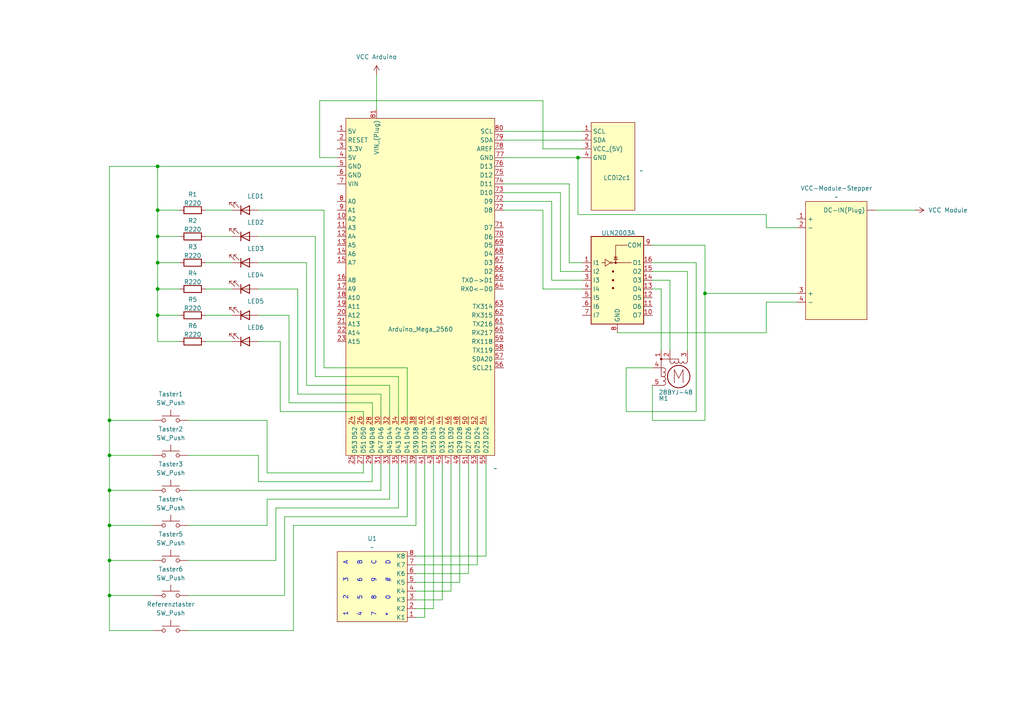
<source format=kicad_sch>
(kicad_sch
	(version 20231120)
	(generator "eeschema")
	(generator_version "8.0")
	(uuid "149eaf68-6a6e-49df-9b05-e8602bbd6860")
	(paper "A4")
	(lib_symbols
		(symbol "Arduino_Mega:Arduino_Mega"
			(exclude_from_sim no)
			(in_bom yes)
			(on_board yes)
			(property "Reference" "U"
				(at 0.0069 15.2626 0)
				(effects
					(font
						(size 1.27 1.27)
					)
				)
			)
			(property "Value" ""
				(at 0.0069 15.2626 0)
				(effects
					(font
						(size 1.27 1.27)
					)
				)
			)
			(property "Footprint" ""
				(at 0.0069 15.2626 0)
				(effects
					(font
						(size 1.27 1.27)
					)
					(hide yes)
				)
			)
			(property "Datasheet" ""
				(at 0.0069 15.2626 0)
				(effects
					(font
						(size 1.27 1.27)
					)
					(hide yes)
				)
			)
			(property "Description" ""
				(at 0.0069 15.2626 0)
				(effects
					(font
						(size 1.27 1.27)
					)
					(hide yes)
				)
			)
			(symbol "Arduino_Mega_1_1"
				(rectangle
					(start -7.62 57.15)
					(end 35.56 -40.64)
					(stroke
						(width 0)
						(type default)
					)
					(fill
						(type background)
					)
				)
				(pin free line
					(at -10.16 53.34 0)
					(length 2.54)
					(name "5V"
						(effects
							(font
								(size 1.27 1.27)
							)
						)
					)
					(number "1"
						(effects
							(font
								(size 1.27 1.27)
							)
						)
					)
				)
				(pin free line
					(at -10.16 27.94 0)
					(length 2.54)
					(name "A2"
						(effects
							(font
								(size 1.27 1.27)
							)
						)
					)
					(number "10"
						(effects
							(font
								(size 1.27 1.27)
							)
						)
					)
				)
				(pin free line
					(at -10.1531 25.3774 0)
					(length 2.54)
					(name "A3"
						(effects
							(font
								(size 1.27 1.27)
							)
						)
					)
					(number "11"
						(effects
							(font
								(size 1.27 1.27)
							)
						)
					)
				)
				(pin free line
					(at -10.16 22.86 0)
					(length 2.54)
					(name "A4"
						(effects
							(font
								(size 1.27 1.27)
							)
						)
					)
					(number "12"
						(effects
							(font
								(size 1.27 1.27)
							)
						)
					)
				)
				(pin free line
					(at -10.16 20.32 0)
					(length 2.54)
					(name "A5"
						(effects
							(font
								(size 1.27 1.27)
							)
						)
					)
					(number "13"
						(effects
							(font
								(size 1.27 1.27)
							)
						)
					)
				)
				(pin free line
					(at -10.16 17.78 0)
					(length 2.54)
					(name "A6"
						(effects
							(font
								(size 1.27 1.27)
							)
						)
					)
					(number "14"
						(effects
							(font
								(size 1.27 1.27)
							)
						)
					)
				)
				(pin free line
					(at -10.16 15.24 0)
					(length 2.54)
					(name "A7"
						(effects
							(font
								(size 1.27 1.27)
							)
						)
					)
					(number "15"
						(effects
							(font
								(size 1.27 1.27)
							)
						)
					)
				)
				(pin free line
					(at -10.16 10.16 0)
					(length 2.54)
					(name "A8"
						(effects
							(font
								(size 1.27 1.27)
							)
						)
					)
					(number "16"
						(effects
							(font
								(size 1.27 1.27)
							)
						)
					)
				)
				(pin free line
					(at -10.16 7.62 0)
					(length 2.54)
					(name "A9"
						(effects
							(font
								(size 1.27 1.27)
							)
						)
					)
					(number "17"
						(effects
							(font
								(size 1.27 1.27)
							)
						)
					)
				)
				(pin free line
					(at -10.16 5.08 0)
					(length 2.54)
					(name "A10"
						(effects
							(font
								(size 1.27 1.27)
							)
						)
					)
					(number "18"
						(effects
							(font
								(size 1.27 1.27)
							)
						)
					)
				)
				(pin free line
					(at -10.16 2.54 0)
					(length 2.54)
					(name "A11"
						(effects
							(font
								(size 1.27 1.27)
							)
						)
					)
					(number "19"
						(effects
							(font
								(size 1.27 1.27)
							)
						)
					)
				)
				(pin free line
					(at -10.16 50.8 0)
					(length 2.54)
					(name "RESET"
						(effects
							(font
								(size 1.27 1.27)
							)
						)
					)
					(number "2"
						(effects
							(font
								(size 1.27 1.27)
							)
						)
					)
				)
				(pin free line
					(at -10.16 0 0)
					(length 2.54)
					(name "A12"
						(effects
							(font
								(size 1.27 1.27)
							)
						)
					)
					(number "20"
						(effects
							(font
								(size 1.27 1.27)
							)
						)
					)
				)
				(pin free line
					(at -10.16 -2.54 0)
					(length 2.54)
					(name "A13"
						(effects
							(font
								(size 1.27 1.27)
							)
						)
					)
					(number "21"
						(effects
							(font
								(size 1.27 1.27)
							)
						)
					)
				)
				(pin free line
					(at -10.16 -5.08 0)
					(length 2.54)
					(name "A14"
						(effects
							(font
								(size 1.27 1.27)
							)
						)
					)
					(number "22"
						(effects
							(font
								(size 1.27 1.27)
							)
						)
					)
				)
				(pin free line
					(at -10.16 -7.62 0)
					(length 2.54)
					(name "A15"
						(effects
							(font
								(size 1.27 1.27)
							)
						)
					)
					(number "23"
						(effects
							(font
								(size 1.27 1.27)
							)
						)
					)
				)
				(pin free line
					(at -5.08 -29.21 270)
					(length 2.54)
					(name "D52"
						(effects
							(font
								(size 1.27 1.27)
							)
						)
					)
					(number "24"
						(effects
							(font
								(size 1.27 1.27)
							)
						)
					)
				)
				(pin free line
					(at -5.08 -43.18 90)
					(length 2.54)
					(name "D53"
						(effects
							(font
								(size 1.27 1.27)
							)
						)
					)
					(number "25"
						(effects
							(font
								(size 1.27 1.27)
							)
						)
					)
				)
				(pin output line
					(at -2.54 -29.21 270)
					(length 2.54)
					(name "D50"
						(effects
							(font
								(size 1.27 1.27)
							)
						)
					)
					(number "26"
						(effects
							(font
								(size 1.27 1.27)
							)
						)
					)
				)
				(pin input line
					(at -2.54 -43.18 90)
					(length 2.54)
					(name "D51"
						(effects
							(font
								(size 1.27 1.27)
							)
						)
					)
					(number "27"
						(effects
							(font
								(size 1.27 1.27)
							)
						)
					)
				)
				(pin output line
					(at 0.0804 -29.2761 270)
					(length 2.54)
					(name "D48"
						(effects
							(font
								(size 1.27 1.27)
							)
						)
					)
					(number "28"
						(effects
							(font
								(size 1.27 1.27)
							)
						)
					)
				)
				(pin input line
					(at 0 -43.18 90)
					(length 2.54)
					(name "D49"
						(effects
							(font
								(size 1.27 1.27)
							)
						)
					)
					(number "29"
						(effects
							(font
								(size 1.27 1.27)
							)
						)
					)
				)
				(pin free line
					(at -10.16 48.26 0)
					(length 2.54)
					(name "3.3V"
						(effects
							(font
								(size 1.27 1.27)
							)
						)
					)
					(number "3"
						(effects
							(font
								(size 1.27 1.27)
							)
						)
					)
				)
				(pin output line
					(at 2.54 -29.21 270)
					(length 2.54)
					(name "D46"
						(effects
							(font
								(size 1.27 1.27)
							)
						)
					)
					(number "30"
						(effects
							(font
								(size 1.27 1.27)
							)
						)
					)
				)
				(pin input line
					(at 2.54 -43.18 90)
					(length 2.54)
					(name "D47"
						(effects
							(font
								(size 1.27 1.27)
							)
						)
					)
					(number "31"
						(effects
							(font
								(size 1.27 1.27)
							)
						)
					)
				)
				(pin output line
					(at 5.08 -29.21 270)
					(length 2.54)
					(name "D44"
						(effects
							(font
								(size 1.27 1.27)
							)
						)
					)
					(number "32"
						(effects
							(font
								(size 1.27 1.27)
							)
						)
					)
				)
				(pin input line
					(at 5.08 -43.18 90)
					(length 2.54)
					(name "D45"
						(effects
							(font
								(size 1.27 1.27)
							)
						)
					)
					(number "33"
						(effects
							(font
								(size 1.27 1.27)
							)
						)
					)
				)
				(pin output line
					(at 7.62 -29.21 270)
					(length 2.54)
					(name "D42"
						(effects
							(font
								(size 1.27 1.27)
							)
						)
					)
					(number "34"
						(effects
							(font
								(size 1.27 1.27)
							)
						)
					)
				)
				(pin input line
					(at 7.62 -43.18 90)
					(length 2.54)
					(name "D43"
						(effects
							(font
								(size 1.27 1.27)
							)
						)
					)
					(number "35"
						(effects
							(font
								(size 1.27 1.27)
							)
						)
					)
				)
				(pin output line
					(at 10.16 -29.21 270)
					(length 2.54)
					(name "D40"
						(effects
							(font
								(size 1.27 1.27)
							)
						)
					)
					(number "36"
						(effects
							(font
								(size 1.27 1.27)
							)
						)
					)
				)
				(pin input line
					(at 10.16 -43.18 90)
					(length 2.54)
					(name "D41"
						(effects
							(font
								(size 1.27 1.27)
							)
						)
					)
					(number "37"
						(effects
							(font
								(size 1.27 1.27)
							)
						)
					)
				)
				(pin free line
					(at 12.7 -29.21 270)
					(length 2.54)
					(name "D38"
						(effects
							(font
								(size 1.27 1.27)
							)
						)
					)
					(number "38"
						(effects
							(font
								(size 1.27 1.27)
							)
						)
					)
				)
				(pin input line
					(at 12.7 -43.18 90)
					(length 2.54)
					(name "D39"
						(effects
							(font
								(size 1.27 1.27)
							)
						)
					)
					(number "39"
						(effects
							(font
								(size 1.27 1.27)
							)
						)
					)
				)
				(pin output line
					(at -10.16 45.72 0)
					(length 2.54)
					(name "5V"
						(effects
							(font
								(size 1.27 1.27)
							)
						)
					)
					(number "4"
						(effects
							(font
								(size 1.27 1.27)
							)
						)
					)
				)
				(pin free line
					(at 15.24 -29.21 270)
					(length 2.54)
					(name "D36"
						(effects
							(font
								(size 1.27 1.27)
							)
						)
					)
					(number "40"
						(effects
							(font
								(size 1.27 1.27)
							)
						)
					)
				)
				(pin input line
					(at 15.24 -43.18 90)
					(length 2.54)
					(name "D37"
						(effects
							(font
								(size 1.27 1.27)
							)
						)
					)
					(number "41"
						(effects
							(font
								(size 1.27 1.27)
							)
						)
					)
				)
				(pin free line
					(at 17.78 -29.21 270)
					(length 2.54)
					(name "D34"
						(effects
							(font
								(size 1.27 1.27)
							)
						)
					)
					(number "42"
						(effects
							(font
								(size 1.27 1.27)
							)
						)
					)
				)
				(pin input line
					(at 17.78 -43.18 90)
					(length 2.54)
					(name "D35"
						(effects
							(font
								(size 1.27 1.27)
							)
						)
					)
					(number "43"
						(effects
							(font
								(size 1.27 1.27)
							)
						)
					)
				)
				(pin free line
					(at 20.32 -29.21 270)
					(length 2.54)
					(name "D32"
						(effects
							(font
								(size 1.27 1.27)
							)
						)
					)
					(number "44"
						(effects
							(font
								(size 1.27 1.27)
							)
						)
					)
				)
				(pin input line
					(at 20.32 -43.18 90)
					(length 2.54)
					(name "D33"
						(effects
							(font
								(size 1.27 1.27)
							)
						)
					)
					(number "45"
						(effects
							(font
								(size 1.27 1.27)
							)
						)
					)
				)
				(pin free line
					(at 22.86 -29.21 270)
					(length 2.54)
					(name "D30"
						(effects
							(font
								(size 1.27 1.27)
							)
						)
					)
					(number "46"
						(effects
							(font
								(size 1.27 1.27)
							)
						)
					)
				)
				(pin input line
					(at 22.86 -43.18 90)
					(length 2.54)
					(name "D31"
						(effects
							(font
								(size 1.27 1.27)
							)
						)
					)
					(number "47"
						(effects
							(font
								(size 1.27 1.27)
							)
						)
					)
				)
				(pin free line
					(at 25.4 -29.21 270)
					(length 2.54)
					(name "D28"
						(effects
							(font
								(size 1.27 1.27)
							)
						)
					)
					(number "48"
						(effects
							(font
								(size 1.27 1.27)
							)
						)
					)
				)
				(pin input line
					(at 25.4 -43.18 90)
					(length 2.54)
					(name "D29"
						(effects
							(font
								(size 1.27 1.27)
							)
						)
					)
					(number "49"
						(effects
							(font
								(size 1.27 1.27)
							)
						)
					)
				)
				(pin output line
					(at -10.16 43.18 0)
					(length 2.54)
					(name "GND"
						(effects
							(font
								(size 1.27 1.27)
							)
						)
					)
					(number "5"
						(effects
							(font
								(size 1.27 1.27)
							)
						)
					)
				)
				(pin free line
					(at 27.94 -29.21 270)
					(length 2.54)
					(name "D26"
						(effects
							(font
								(size 1.27 1.27)
							)
						)
					)
					(number "50"
						(effects
							(font
								(size 1.27 1.27)
							)
						)
					)
				)
				(pin input line
					(at 27.94 -43.18 90)
					(length 2.54)
					(name "D27"
						(effects
							(font
								(size 1.27 1.27)
							)
						)
					)
					(number "51"
						(effects
							(font
								(size 1.27 1.27)
							)
						)
					)
				)
				(pin free line
					(at 30.48 -29.21 270)
					(length 2.54)
					(name "D24"
						(effects
							(font
								(size 1.27 1.27)
							)
						)
					)
					(number "52"
						(effects
							(font
								(size 1.27 1.27)
							)
						)
					)
				)
				(pin input line
					(at 30.48 -43.18 90)
					(length 2.54)
					(name "D25"
						(effects
							(font
								(size 1.27 1.27)
							)
						)
					)
					(number "53"
						(effects
							(font
								(size 1.27 1.27)
							)
						)
					)
				)
				(pin free line
					(at 33.02 -29.21 270)
					(length 2.54)
					(name "D22"
						(effects
							(font
								(size 1.27 1.27)
							)
						)
					)
					(number "54"
						(effects
							(font
								(size 1.27 1.27)
							)
						)
					)
				)
				(pin input line
					(at 33.02 -43.18 90)
					(length 2.54)
					(name "D23"
						(effects
							(font
								(size 1.27 1.27)
							)
						)
					)
					(number "55"
						(effects
							(font
								(size 1.27 1.27)
							)
						)
					)
				)
				(pin free line
					(at 38.1 -15.24 180)
					(length 2.54)
					(name "SCL21"
						(effects
							(font
								(size 1.27 1.27)
							)
						)
					)
					(number "56"
						(effects
							(font
								(size 1.27 1.27)
							)
						)
					)
				)
				(pin free line
					(at 38.1 -12.7 180)
					(length 2.54)
					(name "SDA20"
						(effects
							(font
								(size 1.27 1.27)
							)
						)
					)
					(number "57"
						(effects
							(font
								(size 1.27 1.27)
							)
						)
					)
				)
				(pin free line
					(at 38.1 -10.16 180)
					(length 2.54)
					(name "TX119"
						(effects
							(font
								(size 1.27 1.27)
							)
						)
					)
					(number "58"
						(effects
							(font
								(size 1.27 1.27)
							)
						)
					)
				)
				(pin free line
					(at 38.1 -7.62 180)
					(length 2.54)
					(name "RX118"
						(effects
							(font
								(size 1.27 1.27)
							)
						)
					)
					(number "59"
						(effects
							(font
								(size 1.27 1.27)
							)
						)
					)
				)
				(pin output line
					(at -10.16 40.64 0)
					(length 2.54)
					(name "GND"
						(effects
							(font
								(size 1.27 1.27)
							)
						)
					)
					(number "6"
						(effects
							(font
								(size 1.27 1.27)
							)
						)
					)
				)
				(pin free line
					(at 38.1 -5.08 180)
					(length 2.54)
					(name "RX217"
						(effects
							(font
								(size 1.27 1.27)
							)
						)
					)
					(number "60"
						(effects
							(font
								(size 1.27 1.27)
							)
						)
					)
				)
				(pin free line
					(at 38.1 -2.54 180)
					(length 2.54)
					(name "TX216"
						(effects
							(font
								(size 1.27 1.27)
							)
						)
					)
					(number "61"
						(effects
							(font
								(size 1.27 1.27)
							)
						)
					)
				)
				(pin free line
					(at 38.1 0 180)
					(length 2.54)
					(name "RX315"
						(effects
							(font
								(size 1.27 1.27)
							)
						)
					)
					(number "62"
						(effects
							(font
								(size 1.27 1.27)
							)
						)
					)
				)
				(pin free line
					(at 38.1 2.54 180)
					(length 2.54)
					(name "TX314"
						(effects
							(font
								(size 1.27 1.27)
							)
						)
					)
					(number "63"
						(effects
							(font
								(size 1.27 1.27)
							)
						)
					)
				)
				(pin free line
					(at 38.1 7.62 180)
					(length 2.54)
					(name "RX0<-D0"
						(effects
							(font
								(size 1.27 1.27)
							)
						)
					)
					(number "64"
						(effects
							(font
								(size 1.27 1.27)
							)
						)
					)
				)
				(pin free line
					(at 38.1 10.16 180)
					(length 2.54)
					(name "TX0->D1"
						(effects
							(font
								(size 1.27 1.27)
							)
						)
					)
					(number "65"
						(effects
							(font
								(size 1.27 1.27)
							)
						)
					)
				)
				(pin free line
					(at 38.1 12.7 180)
					(length 2.54)
					(name "D2"
						(effects
							(font
								(size 1.27 1.27)
							)
						)
					)
					(number "66"
						(effects
							(font
								(size 1.27 1.27)
							)
						)
					)
				)
				(pin free line
					(at 38.1 15.24 180)
					(length 2.54)
					(name "D3"
						(effects
							(font
								(size 1.27 1.27)
							)
						)
					)
					(number "67"
						(effects
							(font
								(size 1.27 1.27)
							)
						)
					)
				)
				(pin free line
					(at 38.1 17.78 180)
					(length 2.54)
					(name "D4"
						(effects
							(font
								(size 1.27 1.27)
							)
						)
					)
					(number "68"
						(effects
							(font
								(size 1.27 1.27)
							)
						)
					)
				)
				(pin free line
					(at 38.1 20.32 180)
					(length 2.54)
					(name "D5"
						(effects
							(font
								(size 1.27 1.27)
							)
						)
					)
					(number "69"
						(effects
							(font
								(size 1.27 1.27)
							)
						)
					)
				)
				(pin free line
					(at -10.16 38.1 0)
					(length 2.54)
					(name "VIN"
						(effects
							(font
								(size 1.27 1.27)
							)
						)
					)
					(number "7"
						(effects
							(font
								(size 1.27 1.27)
							)
						)
					)
				)
				(pin free line
					(at 38.121 22.7248 180)
					(length 2.54)
					(name "D6"
						(effects
							(font
								(size 1.27 1.27)
							)
						)
					)
					(number "70"
						(effects
							(font
								(size 1.27 1.27)
							)
						)
					)
				)
				(pin free line
					(at 38.1 25.4 180)
					(length 2.54)
					(name "D7"
						(effects
							(font
								(size 1.27 1.27)
							)
						)
					)
					(number "71"
						(effects
							(font
								(size 1.27 1.27)
							)
						)
					)
				)
				(pin output line
					(at 38.1 30.48 180)
					(length 2.54)
					(name "D8"
						(effects
							(font
								(size 1.27 1.27)
							)
						)
					)
					(number "72"
						(effects
							(font
								(size 1.27 1.27)
							)
						)
					)
				)
				(pin output line
					(at 38.1 33.02 180)
					(length 2.54)
					(name "D9"
						(effects
							(font
								(size 1.27 1.27)
							)
						)
					)
					(number "72"
						(effects
							(font
								(size 1.27 1.27)
							)
						)
					)
				)
				(pin output line
					(at 38.1 35.56 180)
					(length 2.54)
					(name "D10"
						(effects
							(font
								(size 1.27 1.27)
							)
						)
					)
					(number "73"
						(effects
							(font
								(size 1.27 1.27)
							)
						)
					)
				)
				(pin output line
					(at 38.1 38.1 180)
					(length 2.54)
					(name "D11"
						(effects
							(font
								(size 1.27 1.27)
							)
						)
					)
					(number "74"
						(effects
							(font
								(size 1.27 1.27)
							)
						)
					)
				)
				(pin free line
					(at 38.1 40.64 180)
					(length 2.54)
					(name "D12"
						(effects
							(font
								(size 1.27 1.27)
							)
						)
					)
					(number "75"
						(effects
							(font
								(size 1.27 1.27)
							)
						)
					)
				)
				(pin free line
					(at 38.1 43.18 180)
					(length 2.54)
					(name "D13"
						(effects
							(font
								(size 1.27 1.27)
							)
						)
					)
					(number "76"
						(effects
							(font
								(size 1.27 1.27)
							)
						)
					)
				)
				(pin output line
					(at 38.2932 45.6958 180)
					(length 2.54)
					(name "GND"
						(effects
							(font
								(size 1.27 1.27)
							)
						)
					)
					(number "77"
						(effects
							(font
								(size 1.27 1.27)
							)
						)
					)
				)
				(pin free line
					(at 38.1 48.26 180)
					(length 2.54)
					(name "AREF"
						(effects
							(font
								(size 1.27 1.27)
							)
						)
					)
					(number "78"
						(effects
							(font
								(size 1.27 1.27)
							)
						)
					)
				)
				(pin bidirectional line
					(at 38.1 50.8 180)
					(length 2.54)
					(name "SDA"
						(effects
							(font
								(size 1.27 1.27)
							)
						)
					)
					(number "79"
						(effects
							(font
								(size 1.27 1.27)
							)
						)
					)
				)
				(pin free line
					(at -10.16 33.02 0)
					(length 2.54)
					(name "A0"
						(effects
							(font
								(size 1.27 1.27)
							)
						)
					)
					(number "8"
						(effects
							(font
								(size 1.27 1.27)
							)
						)
					)
				)
				(pin output line
					(at 38.1 53.34 180)
					(length 2.54)
					(name "SCL"
						(effects
							(font
								(size 1.27 1.27)
							)
						)
					)
					(number "80"
						(effects
							(font
								(size 1.27 1.27)
							)
						)
					)
				)
				(pin input line
					(at 1.27 59.69 270)
					(length 2.54)
					(name "VIN_(Plug)"
						(effects
							(font
								(size 1.27 1.27)
							)
						)
					)
					(number "81"
						(effects
							(font
								(size 1.27 1.27)
							)
						)
					)
				)
				(pin free line
					(at -10.16 30.48 0)
					(length 2.54)
					(name "A1"
						(effects
							(font
								(size 1.27 1.27)
							)
						)
					)
					(number "9"
						(effects
							(font
								(size 1.27 1.27)
							)
						)
					)
				)
			)
		)
		(symbol "Arduino_Mega:Keypad"
			(exclude_from_sim no)
			(in_bom yes)
			(on_board yes)
			(property "Reference" "U"
				(at 0 0 0)
				(effects
					(font
						(size 1.27 1.27)
					)
				)
			)
			(property "Value" ""
				(at 0 0 0)
				(effects
					(font
						(size 1.27 1.27)
					)
				)
			)
			(property "Footprint" ""
				(at 0 0 0)
				(effects
					(font
						(size 1.27 1.27)
					)
					(hide yes)
				)
			)
			(property "Datasheet" ""
				(at 0 0 0)
				(effects
					(font
						(size 1.27 1.27)
					)
					(hide yes)
				)
			)
			(property "Description" ""
				(at 0 0 0)
				(effects
					(font
						(size 1.27 1.27)
					)
					(hide yes)
				)
			)
			(symbol "Keypad_1_1"
				(rectangle
					(start -5.08 8.89)
					(end 15.24 -11.43)
					(stroke
						(width 0)
						(type default)
					)
					(fill
						(type background)
					)
				)
				(pin output line
					(at 17.78 -10.16 180)
					(length 2.54)
					(name "K1"
						(effects
							(font
								(size 1.27 1.27)
							)
						)
					)
					(number "1"
						(effects
							(font
								(size 1.27 1.27)
							)
						)
					)
				)
				(pin output line
					(at 17.78 -7.62 180)
					(length 2.54)
					(name "K2"
						(effects
							(font
								(size 1.27 1.27)
							)
						)
					)
					(number "2"
						(effects
							(font
								(size 1.27 1.27)
							)
						)
					)
				)
				(pin output line
					(at 17.78 -5.08 180)
					(length 2.54)
					(name "K3"
						(effects
							(font
								(size 1.27 1.27)
							)
						)
					)
					(number "3"
						(effects
							(font
								(size 1.27 1.27)
							)
						)
					)
				)
				(pin output line
					(at 17.78 -2.54 180)
					(length 2.54)
					(name "K4"
						(effects
							(font
								(size 1.27 1.27)
							)
						)
					)
					(number "4"
						(effects
							(font
								(size 1.27 1.27)
							)
						)
					)
				)
				(pin output line
					(at 17.78 0 180)
					(length 2.54)
					(name "K5"
						(effects
							(font
								(size 1.27 1.27)
							)
						)
					)
					(number "5"
						(effects
							(font
								(size 1.27 1.27)
							)
						)
					)
				)
				(pin output line
					(at 17.78 2.54 180)
					(length 2.54)
					(name "K6"
						(effects
							(font
								(size 1.27 1.27)
							)
						)
					)
					(number "6"
						(effects
							(font
								(size 1.27 1.27)
							)
						)
					)
				)
				(pin output line
					(at 17.78 5.08 180)
					(length 2.54)
					(name "K7"
						(effects
							(font
								(size 1.27 1.27)
							)
						)
					)
					(number "7"
						(effects
							(font
								(size 1.27 1.27)
							)
						)
					)
				)
				(pin output line
					(at 17.78 7.62 180)
					(length 2.54)
					(name "K8"
						(effects
							(font
								(size 1.27 1.27)
							)
						)
					)
					(number "8"
						(effects
							(font
								(size 1.27 1.27)
							)
						)
					)
				)
			)
		)
		(symbol "Arduino_Mega:LCD_i2c"
			(exclude_from_sim no)
			(in_bom yes)
			(on_board yes)
			(property "Reference" "LCDi2c"
				(at 5.334 8.128 0)
				(effects
					(font
						(size 1.27 1.27)
					)
				)
			)
			(property "Value" ""
				(at 0 0 0)
				(effects
					(font
						(size 1.27 1.27)
					)
				)
			)
			(property "Footprint" ""
				(at 0 0 0)
				(effects
					(font
						(size 1.27 1.27)
					)
					(hide yes)
				)
			)
			(property "Datasheet" ""
				(at 0 0 0)
				(effects
					(font
						(size 1.27 1.27)
					)
					(hide yes)
				)
			)
			(property "Description" ""
				(at 0 0 0)
				(effects
					(font
						(size 1.27 1.27)
					)
					(hide yes)
				)
			)
			(symbol "LCD_i2c_1_1"
				(rectangle
					(start -12.7 12.7)
					(end 12.7 0)
					(stroke
						(width 0)
						(type default)
					)
					(fill
						(type background)
					)
				)
				(pin input line
					(at -10.16 -2.54 90)
					(length 2.54)
					(name "SCL"
						(effects
							(font
								(size 1.27 1.27)
							)
						)
					)
					(number "1"
						(effects
							(font
								(size 1.27 1.27)
							)
						)
					)
				)
				(pin bidirectional line
					(at -7.62 -2.54 90)
					(length 2.54)
					(name "SDA"
						(effects
							(font
								(size 1.27 1.27)
							)
						)
					)
					(number "2"
						(effects
							(font
								(size 1.27 1.27)
							)
						)
					)
				)
				(pin input line
					(at -5.08 -2.54 90)
					(length 2.54)
					(name "VCC_(5V)"
						(effects
							(font
								(size 1.27 1.27)
							)
						)
					)
					(number "3"
						(effects
							(font
								(size 1.27 1.27)
							)
						)
					)
				)
				(pin input line
					(at -2.54 -2.54 90)
					(length 2.54)
					(name "GND"
						(effects
							(font
								(size 1.27 1.27)
							)
						)
					)
					(number "4"
						(effects
							(font
								(size 1.27 1.27)
							)
						)
					)
				)
			)
		)
		(symbol "Arduino_Mega:Stromversorgungsmodul"
			(exclude_from_sim no)
			(in_bom yes)
			(on_board yes)
			(property "Reference" "U"
				(at 0 0 0)
				(effects
					(font
						(size 1.27 1.27)
					)
				)
			)
			(property "Value" ""
				(at 0 0 0)
				(effects
					(font
						(size 1.27 1.27)
					)
				)
			)
			(property "Footprint" ""
				(at 0 0 0)
				(effects
					(font
						(size 1.27 1.27)
					)
					(hide yes)
				)
			)
			(property "Datasheet" ""
				(at 0 0 0)
				(effects
					(font
						(size 1.27 1.27)
					)
					(hide yes)
				)
			)
			(property "Description" ""
				(at 0 0 0)
				(effects
					(font
						(size 1.27 1.27)
					)
					(hide yes)
				)
			)
			(symbol "Stromversorgungsmodul_1_1"
				(rectangle
					(start -24.13 12.7)
					(end 10.16 -5.08)
					(stroke
						(width 0)
						(type default)
					)
					(fill
						(type background)
					)
				)
				(pin input line
					(at 7.62 -7.62 90)
					(length 2.54)
					(name "DC-IN(Plug)"
						(effects
							(font
								(size 1.27 1.27)
							)
						)
					)
					(number ""
						(effects
							(font
								(size 1.27 1.27)
							)
						)
					)
				)
				(pin free line
					(at 5.08 15.24 270)
					(length 2.54)
					(name "+"
						(effects
							(font
								(size 1.27 1.27)
							)
						)
					)
					(number "1"
						(effects
							(font
								(size 1.27 1.27)
							)
						)
					)
				)
				(pin input line
					(at 2.54 15.24 270)
					(length 2.54)
					(name "-"
						(effects
							(font
								(size 1.27 1.27)
							)
						)
					)
					(number "2"
						(effects
							(font
								(size 1.27 1.27)
							)
						)
					)
				)
				(pin input line
					(at -16.51 15.24 270)
					(length 2.54)
					(name "+"
						(effects
							(font
								(size 1.27 1.27)
							)
						)
					)
					(number "3"
						(effects
							(font
								(size 1.27 1.27)
							)
						)
					)
				)
				(pin input line
					(at -19.05 15.24 270)
					(length 2.54)
					(name "-"
						(effects
							(font
								(size 1.27 1.27)
							)
						)
					)
					(number "4"
						(effects
							(font
								(size 1.27 1.27)
							)
						)
					)
				)
			)
		)
		(symbol "Device:LED"
			(pin_numbers hide)
			(pin_names
				(offset 1.016) hide)
			(exclude_from_sim no)
			(in_bom yes)
			(on_board yes)
			(property "Reference" "D"
				(at 0 2.54 0)
				(effects
					(font
						(size 1.27 1.27)
					)
				)
			)
			(property "Value" "LED"
				(at 0 -2.54 0)
				(effects
					(font
						(size 1.27 1.27)
					)
				)
			)
			(property "Footprint" ""
				(at 0 0 0)
				(effects
					(font
						(size 1.27 1.27)
					)
					(hide yes)
				)
			)
			(property "Datasheet" "~"
				(at 0 0 0)
				(effects
					(font
						(size 1.27 1.27)
					)
					(hide yes)
				)
			)
			(property "Description" "Light emitting diode"
				(at 0 0 0)
				(effects
					(font
						(size 1.27 1.27)
					)
					(hide yes)
				)
			)
			(property "ki_keywords" "LED diode"
				(at 0 0 0)
				(effects
					(font
						(size 1.27 1.27)
					)
					(hide yes)
				)
			)
			(property "ki_fp_filters" "LED* LED_SMD:* LED_THT:*"
				(at 0 0 0)
				(effects
					(font
						(size 1.27 1.27)
					)
					(hide yes)
				)
			)
			(symbol "LED_0_1"
				(polyline
					(pts
						(xy -1.27 -1.27) (xy -1.27 1.27)
					)
					(stroke
						(width 0.254)
						(type default)
					)
					(fill
						(type none)
					)
				)
				(polyline
					(pts
						(xy -1.27 0) (xy 1.27 0)
					)
					(stroke
						(width 0)
						(type default)
					)
					(fill
						(type none)
					)
				)
				(polyline
					(pts
						(xy 1.27 -1.27) (xy 1.27 1.27) (xy -1.27 0) (xy 1.27 -1.27)
					)
					(stroke
						(width 0.254)
						(type default)
					)
					(fill
						(type none)
					)
				)
				(polyline
					(pts
						(xy -3.048 -0.762) (xy -4.572 -2.286) (xy -3.81 -2.286) (xy -4.572 -2.286) (xy -4.572 -1.524)
					)
					(stroke
						(width 0)
						(type default)
					)
					(fill
						(type none)
					)
				)
				(polyline
					(pts
						(xy -1.778 -0.762) (xy -3.302 -2.286) (xy -2.54 -2.286) (xy -3.302 -2.286) (xy -3.302 -1.524)
					)
					(stroke
						(width 0)
						(type default)
					)
					(fill
						(type none)
					)
				)
			)
			(symbol "LED_1_1"
				(pin passive line
					(at -3.81 0 0)
					(length 2.54)
					(name "K"
						(effects
							(font
								(size 1.27 1.27)
							)
						)
					)
					(number "1"
						(effects
							(font
								(size 1.27 1.27)
							)
						)
					)
				)
				(pin passive line
					(at 3.81 0 180)
					(length 2.54)
					(name "A"
						(effects
							(font
								(size 1.27 1.27)
							)
						)
					)
					(number "2"
						(effects
							(font
								(size 1.27 1.27)
							)
						)
					)
				)
			)
		)
		(symbol "Device:R"
			(pin_numbers hide)
			(pin_names
				(offset 0)
			)
			(exclude_from_sim no)
			(in_bom yes)
			(on_board yes)
			(property "Reference" "R"
				(at 2.032 0 90)
				(effects
					(font
						(size 1.27 1.27)
					)
				)
			)
			(property "Value" "R"
				(at 0 0 90)
				(effects
					(font
						(size 1.27 1.27)
					)
				)
			)
			(property "Footprint" ""
				(at -1.778 0 90)
				(effects
					(font
						(size 1.27 1.27)
					)
					(hide yes)
				)
			)
			(property "Datasheet" "~"
				(at 0 0 0)
				(effects
					(font
						(size 1.27 1.27)
					)
					(hide yes)
				)
			)
			(property "Description" "Resistor"
				(at 0 0 0)
				(effects
					(font
						(size 1.27 1.27)
					)
					(hide yes)
				)
			)
			(property "ki_keywords" "R res resistor"
				(at 0 0 0)
				(effects
					(font
						(size 1.27 1.27)
					)
					(hide yes)
				)
			)
			(property "ki_fp_filters" "R_*"
				(at 0 0 0)
				(effects
					(font
						(size 1.27 1.27)
					)
					(hide yes)
				)
			)
			(symbol "R_0_1"
				(rectangle
					(start -1.016 -2.54)
					(end 1.016 2.54)
					(stroke
						(width 0.254)
						(type default)
					)
					(fill
						(type none)
					)
				)
			)
			(symbol "R_1_1"
				(pin passive line
					(at 0 3.81 270)
					(length 1.27)
					(name "~"
						(effects
							(font
								(size 1.27 1.27)
							)
						)
					)
					(number "1"
						(effects
							(font
								(size 1.27 1.27)
							)
						)
					)
				)
				(pin passive line
					(at 0 -3.81 90)
					(length 1.27)
					(name "~"
						(effects
							(font
								(size 1.27 1.27)
							)
						)
					)
					(number "2"
						(effects
							(font
								(size 1.27 1.27)
							)
						)
					)
				)
			)
		)
		(symbol "Motor:Stepper_Motor_unipolar_5pin"
			(pin_names
				(offset 0) hide)
			(exclude_from_sim no)
			(in_bom yes)
			(on_board yes)
			(property "Reference" "M"
				(at 3.81 2.54 0)
				(effects
					(font
						(size 1.27 1.27)
					)
					(justify left)
				)
			)
			(property "Value" "Stepper_Motor_unipolar_5pin"
				(at 3.81 1.27 0)
				(effects
					(font
						(size 1.27 1.27)
					)
					(justify left top)
				)
			)
			(property "Footprint" ""
				(at 0.254 -0.254 0)
				(effects
					(font
						(size 1.27 1.27)
					)
					(hide yes)
				)
			)
			(property "Datasheet" "http://www.infineon.com/dgdl/Application-Note-TLE8110EE_driving_UniPolarStepperMotor_V1.1.pdf?fileId=db3a30431be39b97011be5d0aa0a00b0"
				(at 0.254 -0.254 0)
				(effects
					(font
						(size 1.27 1.27)
					)
					(hide yes)
				)
			)
			(property "Description" "5-wire unipolar stepper motor"
				(at 0 0 0)
				(effects
					(font
						(size 1.27 1.27)
					)
					(hide yes)
				)
			)
			(property "ki_keywords" "unipolar stepper motor"
				(at 0 0 0)
				(effects
					(font
						(size 1.27 1.27)
					)
					(hide yes)
				)
			)
			(property "ki_fp_filters" "PinHeader*P2.54mm* TerminalBlock*"
				(at 0 0 0)
				(effects
					(font
						(size 1.27 1.27)
					)
					(hide yes)
				)
			)
			(symbol "Stepper_Motor_unipolar_5pin_0_0"
				(polyline
					(pts
						(xy -1.27 -1.778) (xy -1.27 2.032) (xy 0 -0.508) (xy 1.27 2.032) (xy 1.27 -1.778)
					)
					(stroke
						(width 0)
						(type default)
					)
					(fill
						(type none)
					)
				)
			)
			(symbol "Stepper_Motor_unipolar_5pin_0_1"
				(circle
					(center -5.08 5.08)
					(radius 0.0001)
					(stroke
						(width 0)
						(type default)
					)
					(fill
						(type outline)
					)
				)
				(circle
					(center -5.08 5.08)
					(radius 0.254)
					(stroke
						(width 0)
						(type default)
					)
					(fill
						(type outline)
					)
				)
				(arc
					(start -4.445 -2.54)
					(mid -3.8127 -1.905)
					(end -4.445 -1.27)
					(stroke
						(width 0)
						(type default)
					)
					(fill
						(type none)
					)
				)
				(arc
					(start -4.445 -1.27)
					(mid -3.8127 -0.635)
					(end -4.445 0)
					(stroke
						(width 0)
						(type default)
					)
					(fill
						(type none)
					)
				)
				(arc
					(start -4.445 0)
					(mid -3.8127 0.635)
					(end -4.445 1.27)
					(stroke
						(width 0)
						(type default)
					)
					(fill
						(type none)
					)
				)
				(arc
					(start -4.445 1.27)
					(mid -3.8127 1.905)
					(end -4.445 2.54)
					(stroke
						(width 0)
						(type default)
					)
					(fill
						(type none)
					)
				)
				(arc
					(start -2.54 4.445)
					(mid -1.905 3.8127)
					(end -1.27 4.445)
					(stroke
						(width 0)
						(type default)
					)
					(fill
						(type none)
					)
				)
				(arc
					(start -1.27 4.445)
					(mid -0.635 3.8127)
					(end 0 4.445)
					(stroke
						(width 0)
						(type default)
					)
					(fill
						(type none)
					)
				)
				(polyline
					(pts
						(xy -5.08 -2.54) (xy -4.445 -2.54)
					)
					(stroke
						(width 0)
						(type default)
					)
					(fill
						(type none)
					)
				)
				(polyline
					(pts
						(xy -5.08 2.54) (xy -4.445 2.54)
					)
					(stroke
						(width 0)
						(type default)
					)
					(fill
						(type none)
					)
				)
				(polyline
					(pts
						(xy -2.54 4.445) (xy -2.54 5.08)
					)
					(stroke
						(width 0)
						(type default)
					)
					(fill
						(type none)
					)
				)
				(polyline
					(pts
						(xy 2.54 4.445) (xy 2.54 5.08)
					)
					(stroke
						(width 0)
						(type default)
					)
					(fill
						(type none)
					)
				)
				(polyline
					(pts
						(xy -5.08 5.08) (xy -5.08 0) (xy -4.445 0)
					)
					(stroke
						(width 0)
						(type default)
					)
					(fill
						(type none)
					)
				)
				(polyline
					(pts
						(xy 0 4.445) (xy 0 5.08) (xy -5.08 5.08)
					)
					(stroke
						(width 0)
						(type default)
					)
					(fill
						(type none)
					)
				)
				(circle
					(center 0 0)
					(radius 3.2512)
					(stroke
						(width 0.254)
						(type default)
					)
					(fill
						(type none)
					)
				)
				(arc
					(start 0 4.445)
					(mid 0.635 3.8127)
					(end 1.27 4.445)
					(stroke
						(width 0)
						(type default)
					)
					(fill
						(type none)
					)
				)
				(arc
					(start 1.27 4.445)
					(mid 1.905 3.8127)
					(end 2.54 4.445)
					(stroke
						(width 0)
						(type default)
					)
					(fill
						(type none)
					)
				)
			)
			(symbol "Stepper_Motor_unipolar_5pin_1_1"
				(pin passive line
					(at -5.08 7.62 270)
					(length 2.54)
					(name "~"
						(effects
							(font
								(size 1.27 1.27)
							)
						)
					)
					(number "1"
						(effects
							(font
								(size 1.27 1.27)
							)
						)
					)
				)
				(pin passive line
					(at -2.54 7.62 270)
					(length 2.54)
					(name "~"
						(effects
							(font
								(size 1.27 1.27)
							)
						)
					)
					(number "2"
						(effects
							(font
								(size 1.27 1.27)
							)
						)
					)
				)
				(pin passive line
					(at 2.54 7.62 270)
					(length 2.54)
					(name "-"
						(effects
							(font
								(size 1.27 1.27)
							)
						)
					)
					(number "3"
						(effects
							(font
								(size 1.27 1.27)
							)
						)
					)
				)
				(pin passive line
					(at -7.62 2.54 0)
					(length 2.54)
					(name "~"
						(effects
							(font
								(size 1.27 1.27)
							)
						)
					)
					(number "4"
						(effects
							(font
								(size 1.27 1.27)
							)
						)
					)
				)
				(pin passive line
					(at -7.62 -2.54 0)
					(length 2.54)
					(name "~"
						(effects
							(font
								(size 1.27 1.27)
							)
						)
					)
					(number "5"
						(effects
							(font
								(size 1.27 1.27)
							)
						)
					)
				)
			)
		)
		(symbol "Switch:SW_Push"
			(pin_numbers hide)
			(pin_names
				(offset 1.016) hide)
			(exclude_from_sim no)
			(in_bom yes)
			(on_board yes)
			(property "Reference" "SW"
				(at 1.27 2.54 0)
				(effects
					(font
						(size 1.27 1.27)
					)
					(justify left)
				)
			)
			(property "Value" "SW_Push"
				(at 0 -1.524 0)
				(effects
					(font
						(size 1.27 1.27)
					)
				)
			)
			(property "Footprint" ""
				(at 0 5.08 0)
				(effects
					(font
						(size 1.27 1.27)
					)
					(hide yes)
				)
			)
			(property "Datasheet" "~"
				(at 0 5.08 0)
				(effects
					(font
						(size 1.27 1.27)
					)
					(hide yes)
				)
			)
			(property "Description" "Push button switch, generic, two pins"
				(at 0 0 0)
				(effects
					(font
						(size 1.27 1.27)
					)
					(hide yes)
				)
			)
			(property "ki_keywords" "switch normally-open pushbutton push-button"
				(at 0 0 0)
				(effects
					(font
						(size 1.27 1.27)
					)
					(hide yes)
				)
			)
			(symbol "SW_Push_0_1"
				(circle
					(center -2.032 0)
					(radius 0.508)
					(stroke
						(width 0)
						(type default)
					)
					(fill
						(type none)
					)
				)
				(polyline
					(pts
						(xy 0 1.27) (xy 0 3.048)
					)
					(stroke
						(width 0)
						(type default)
					)
					(fill
						(type none)
					)
				)
				(polyline
					(pts
						(xy 2.54 1.27) (xy -2.54 1.27)
					)
					(stroke
						(width 0)
						(type default)
					)
					(fill
						(type none)
					)
				)
				(circle
					(center 2.032 0)
					(radius 0.508)
					(stroke
						(width 0)
						(type default)
					)
					(fill
						(type none)
					)
				)
				(pin passive line
					(at -5.08 0 0)
					(length 2.54)
					(name "1"
						(effects
							(font
								(size 1.27 1.27)
							)
						)
					)
					(number "1"
						(effects
							(font
								(size 1.27 1.27)
							)
						)
					)
				)
				(pin passive line
					(at 5.08 0 180)
					(length 2.54)
					(name "2"
						(effects
							(font
								(size 1.27 1.27)
							)
						)
					)
					(number "2"
						(effects
							(font
								(size 1.27 1.27)
							)
						)
					)
				)
			)
		)
		(symbol "Transistor_Array:ULN2003A"
			(exclude_from_sim no)
			(in_bom yes)
			(on_board yes)
			(property "Reference" "U"
				(at 0 15.875 0)
				(effects
					(font
						(size 1.27 1.27)
					)
				)
			)
			(property "Value" "ULN2003A"
				(at 0 13.97 0)
				(effects
					(font
						(size 1.27 1.27)
					)
				)
			)
			(property "Footprint" ""
				(at 1.27 -13.97 0)
				(effects
					(font
						(size 1.27 1.27)
					)
					(justify left)
					(hide yes)
				)
			)
			(property "Datasheet" "http://www.ti.com/lit/ds/symlink/uln2003a.pdf"
				(at 2.54 -5.08 0)
				(effects
					(font
						(size 1.27 1.27)
					)
					(hide yes)
				)
			)
			(property "Description" "High Voltage, High Current Darlington Transistor Arrays, SOIC16/SOIC16W/DIP16/TSSOP16"
				(at 0 0 0)
				(effects
					(font
						(size 1.27 1.27)
					)
					(hide yes)
				)
			)
			(property "ki_keywords" "darlington transistor array"
				(at 0 0 0)
				(effects
					(font
						(size 1.27 1.27)
					)
					(hide yes)
				)
			)
			(property "ki_fp_filters" "DIP*W7.62mm* SOIC*3.9x9.9mm*P1.27mm* SSOP*4.4x5.2mm*P0.65mm* TSSOP*4.4x5mm*P0.65mm* SOIC*W*5.3x10.2mm*P1.27mm*"
				(at 0 0 0)
				(effects
					(font
						(size 1.27 1.27)
					)
					(hide yes)
				)
			)
			(symbol "ULN2003A_0_1"
				(rectangle
					(start -7.62 -12.7)
					(end 7.62 12.7)
					(stroke
						(width 0.254)
						(type default)
					)
					(fill
						(type background)
					)
				)
				(circle
					(center -1.778 5.08)
					(radius 0.254)
					(stroke
						(width 0)
						(type default)
					)
					(fill
						(type none)
					)
				)
				(circle
					(center -1.27 -2.286)
					(radius 0.254)
					(stroke
						(width 0)
						(type default)
					)
					(fill
						(type outline)
					)
				)
				(circle
					(center -1.27 0)
					(radius 0.254)
					(stroke
						(width 0)
						(type default)
					)
					(fill
						(type outline)
					)
				)
				(circle
					(center -1.27 2.54)
					(radius 0.254)
					(stroke
						(width 0)
						(type default)
					)
					(fill
						(type outline)
					)
				)
				(circle
					(center -0.508 5.08)
					(radius 0.254)
					(stroke
						(width 0)
						(type default)
					)
					(fill
						(type outline)
					)
				)
				(polyline
					(pts
						(xy -4.572 5.08) (xy -3.556 5.08)
					)
					(stroke
						(width 0)
						(type default)
					)
					(fill
						(type none)
					)
				)
				(polyline
					(pts
						(xy -1.524 5.08) (xy 4.064 5.08)
					)
					(stroke
						(width 0)
						(type default)
					)
					(fill
						(type none)
					)
				)
				(polyline
					(pts
						(xy 0 6.731) (xy -1.016 6.731)
					)
					(stroke
						(width 0)
						(type default)
					)
					(fill
						(type none)
					)
				)
				(polyline
					(pts
						(xy -0.508 5.08) (xy -0.508 10.16) (xy 2.921 10.16)
					)
					(stroke
						(width 0)
						(type default)
					)
					(fill
						(type none)
					)
				)
				(polyline
					(pts
						(xy -3.556 6.096) (xy -3.556 4.064) (xy -2.032 5.08) (xy -3.556 6.096)
					)
					(stroke
						(width 0)
						(type default)
					)
					(fill
						(type none)
					)
				)
				(polyline
					(pts
						(xy 0 5.969) (xy -1.016 5.969) (xy -0.508 6.731) (xy 0 5.969)
					)
					(stroke
						(width 0)
						(type default)
					)
					(fill
						(type none)
					)
				)
			)
			(symbol "ULN2003A_1_1"
				(pin input line
					(at -10.16 5.08 0)
					(length 2.54)
					(name "I1"
						(effects
							(font
								(size 1.27 1.27)
							)
						)
					)
					(number "1"
						(effects
							(font
								(size 1.27 1.27)
							)
						)
					)
				)
				(pin open_collector line
					(at 10.16 -10.16 180)
					(length 2.54)
					(name "O7"
						(effects
							(font
								(size 1.27 1.27)
							)
						)
					)
					(number "10"
						(effects
							(font
								(size 1.27 1.27)
							)
						)
					)
				)
				(pin open_collector line
					(at 10.16 -7.62 180)
					(length 2.54)
					(name "O6"
						(effects
							(font
								(size 1.27 1.27)
							)
						)
					)
					(number "11"
						(effects
							(font
								(size 1.27 1.27)
							)
						)
					)
				)
				(pin open_collector line
					(at 10.16 -5.08 180)
					(length 2.54)
					(name "O5"
						(effects
							(font
								(size 1.27 1.27)
							)
						)
					)
					(number "12"
						(effects
							(font
								(size 1.27 1.27)
							)
						)
					)
				)
				(pin open_collector line
					(at 10.16 -2.54 180)
					(length 2.54)
					(name "O4"
						(effects
							(font
								(size 1.27 1.27)
							)
						)
					)
					(number "13"
						(effects
							(font
								(size 1.27 1.27)
							)
						)
					)
				)
				(pin open_collector line
					(at 10.16 0 180)
					(length 2.54)
					(name "O3"
						(effects
							(font
								(size 1.27 1.27)
							)
						)
					)
					(number "14"
						(effects
							(font
								(size 1.27 1.27)
							)
						)
					)
				)
				(pin open_collector line
					(at 10.16 2.54 180)
					(length 2.54)
					(name "O2"
						(effects
							(font
								(size 1.27 1.27)
							)
						)
					)
					(number "15"
						(effects
							(font
								(size 1.27 1.27)
							)
						)
					)
				)
				(pin open_collector line
					(at 10.16 5.08 180)
					(length 2.54)
					(name "O1"
						(effects
							(font
								(size 1.27 1.27)
							)
						)
					)
					(number "16"
						(effects
							(font
								(size 1.27 1.27)
							)
						)
					)
				)
				(pin input line
					(at -10.16 2.54 0)
					(length 2.54)
					(name "I2"
						(effects
							(font
								(size 1.27 1.27)
							)
						)
					)
					(number "2"
						(effects
							(font
								(size 1.27 1.27)
							)
						)
					)
				)
				(pin input line
					(at -10.16 0 0)
					(length 2.54)
					(name "I3"
						(effects
							(font
								(size 1.27 1.27)
							)
						)
					)
					(number "3"
						(effects
							(font
								(size 1.27 1.27)
							)
						)
					)
				)
				(pin input line
					(at -10.16 -2.54 0)
					(length 2.54)
					(name "I4"
						(effects
							(font
								(size 1.27 1.27)
							)
						)
					)
					(number "4"
						(effects
							(font
								(size 1.27 1.27)
							)
						)
					)
				)
				(pin input line
					(at -10.16 -5.08 0)
					(length 2.54)
					(name "I5"
						(effects
							(font
								(size 1.27 1.27)
							)
						)
					)
					(number "5"
						(effects
							(font
								(size 1.27 1.27)
							)
						)
					)
				)
				(pin input line
					(at -10.16 -7.62 0)
					(length 2.54)
					(name "I6"
						(effects
							(font
								(size 1.27 1.27)
							)
						)
					)
					(number "6"
						(effects
							(font
								(size 1.27 1.27)
							)
						)
					)
				)
				(pin input line
					(at -10.16 -10.16 0)
					(length 2.54)
					(name "I7"
						(effects
							(font
								(size 1.27 1.27)
							)
						)
					)
					(number "7"
						(effects
							(font
								(size 1.27 1.27)
							)
						)
					)
				)
				(pin power_in line
					(at 0 -15.24 90)
					(length 2.54)
					(name "GND"
						(effects
							(font
								(size 1.27 1.27)
							)
						)
					)
					(number "8"
						(effects
							(font
								(size 1.27 1.27)
							)
						)
					)
				)
				(pin passive line
					(at 10.16 10.16 180)
					(length 2.54)
					(name "COM"
						(effects
							(font
								(size 1.27 1.27)
							)
						)
					)
					(number "9"
						(effects
							(font
								(size 1.27 1.27)
							)
						)
					)
				)
			)
		)
		(symbol "power:VCC"
			(power)
			(pin_numbers hide)
			(pin_names
				(offset 0) hide)
			(exclude_from_sim no)
			(in_bom yes)
			(on_board yes)
			(property "Reference" "#PWR"
				(at 0 -3.81 0)
				(effects
					(font
						(size 1.27 1.27)
					)
					(hide yes)
				)
			)
			(property "Value" "VCC"
				(at 0 3.556 0)
				(effects
					(font
						(size 1.27 1.27)
					)
				)
			)
			(property "Footprint" ""
				(at 0 0 0)
				(effects
					(font
						(size 1.27 1.27)
					)
					(hide yes)
				)
			)
			(property "Datasheet" ""
				(at 0 0 0)
				(effects
					(font
						(size 1.27 1.27)
					)
					(hide yes)
				)
			)
			(property "Description" "Power symbol creates a global label with name \"VCC\""
				(at 0 0 0)
				(effects
					(font
						(size 1.27 1.27)
					)
					(hide yes)
				)
			)
			(property "ki_keywords" "global power"
				(at 0 0 0)
				(effects
					(font
						(size 1.27 1.27)
					)
					(hide yes)
				)
			)
			(symbol "VCC_0_1"
				(polyline
					(pts
						(xy -0.762 1.27) (xy 0 2.54)
					)
					(stroke
						(width 0)
						(type default)
					)
					(fill
						(type none)
					)
				)
				(polyline
					(pts
						(xy 0 0) (xy 0 2.54)
					)
					(stroke
						(width 0)
						(type default)
					)
					(fill
						(type none)
					)
				)
				(polyline
					(pts
						(xy 0 2.54) (xy 0.762 1.27)
					)
					(stroke
						(width 0)
						(type default)
					)
					(fill
						(type none)
					)
				)
			)
			(symbol "VCC_1_1"
				(pin power_in line
					(at 0 0 90)
					(length 0)
					(name "~"
						(effects
							(font
								(size 1.27 1.27)
							)
						)
					)
					(number "1"
						(effects
							(font
								(size 1.27 1.27)
							)
						)
					)
				)
			)
		)
	)
	(junction
		(at 45.72 48.26)
		(diameter 0)
		(color 0 0 0 0)
		(uuid "0b3567fa-ea66-4574-986b-efb92433fc07")
	)
	(junction
		(at 204.47 85.09)
		(diameter 0)
		(color 0 0 0 0)
		(uuid "1926f22f-6b09-4ac7-94a0-21d6d7f826a9")
	)
	(junction
		(at 45.72 83.82)
		(diameter 0)
		(color 0 0 0 0)
		(uuid "39942e54-998d-4f2e-9a13-07f94ea6692e")
	)
	(junction
		(at 45.72 60.96)
		(diameter 0)
		(color 0 0 0 0)
		(uuid "49d4f395-1332-4a5e-a715-08088f269331")
	)
	(junction
		(at 31.75 162.56)
		(diameter 0)
		(color 0 0 0 0)
		(uuid "4da584ab-fe4b-420b-9a0b-e681b5393cc7")
	)
	(junction
		(at 45.72 91.44)
		(diameter 0)
		(color 0 0 0 0)
		(uuid "71cd159b-9712-490e-a128-f3d956c02e4e")
	)
	(junction
		(at 45.72 76.2)
		(diameter 0)
		(color 0 0 0 0)
		(uuid "79991b53-a294-4ced-b0ab-421ed05b347d")
	)
	(junction
		(at 31.75 132.08)
		(diameter 0)
		(color 0 0 0 0)
		(uuid "856c94e0-d0a7-4210-a8ae-9443008bd73b")
	)
	(junction
		(at 45.72 68.58)
		(diameter 0)
		(color 0 0 0 0)
		(uuid "adf81c4e-e7e2-4c4a-b92b-5a6a9f4fb201")
	)
	(junction
		(at 31.75 172.72)
		(diameter 0)
		(color 0 0 0 0)
		(uuid "b62434dd-eb9f-46b5-9a99-f41d3e0dead4")
	)
	(junction
		(at 167.64 45.72)
		(diameter 0)
		(color 0 0 0 0)
		(uuid "d531b7fd-4d7f-42f3-b0f5-d33ff43bc70f")
	)
	(junction
		(at 31.75 152.4)
		(diameter 0)
		(color 0 0 0 0)
		(uuid "d69b124c-0d11-4da3-8b66-9944dcd8c0c2")
	)
	(junction
		(at 31.75 142.24)
		(diameter 0)
		(color 0 0 0 0)
		(uuid "f2308eb0-f925-4d8f-a63e-5e2214d977a1")
	)
	(junction
		(at 31.75 121.92)
		(diameter 0)
		(color 0 0 0 0)
		(uuid "f38ae8c8-65ea-44e7-a1e2-5be2f145fc7e")
	)
	(wire
		(pts
			(xy 31.75 172.72) (xy 31.75 182.88)
		)
		(stroke
			(width 0)
			(type default)
		)
		(uuid "0055efc7-6d8e-41b4-bf72-1e40e3669ddb")
	)
	(wire
		(pts
			(xy 168.91 81.28) (xy 160.02 81.28)
		)
		(stroke
			(width 0)
			(type default)
		)
		(uuid "02e1866a-ec69-45f7-94af-d3f8f38d0cd9")
	)
	(wire
		(pts
			(xy 86.36 83.82) (xy 86.36 114.3)
		)
		(stroke
			(width 0)
			(type default)
		)
		(uuid "02e215ec-d231-4e73-82ae-c4239c5a75b3")
	)
	(wire
		(pts
			(xy 128.27 173.99) (xy 128.27 134.62)
		)
		(stroke
			(width 0)
			(type default)
		)
		(uuid "0316a192-dc01-4c94-ab01-abde30d83e74")
	)
	(wire
		(pts
			(xy 74.93 60.96) (xy 93.98 60.96)
		)
		(stroke
			(width 0)
			(type default)
		)
		(uuid "03642e0c-a0e4-4a11-93c7-4880dd2e199f")
	)
	(wire
		(pts
			(xy 81.28 119.38) (xy 81.28 99.06)
		)
		(stroke
			(width 0)
			(type default)
		)
		(uuid "05c03ada-9bc9-41bf-8cae-3e46ca7a56ec")
	)
	(wire
		(pts
			(xy 120.65 161.29) (xy 140.97 161.29)
		)
		(stroke
			(width 0)
			(type default)
		)
		(uuid "064c039f-d9cb-4484-9530-c94f97dfdf5d")
	)
	(wire
		(pts
			(xy 146.05 45.72) (xy 146.05 45.7442)
		)
		(stroke
			(width 0)
			(type default)
		)
		(uuid "078c9c1a-19b3-4edc-bf53-a269bed5c1b3")
	)
	(wire
		(pts
			(xy 168.91 76.2) (xy 165.1 76.2)
		)
		(stroke
			(width 0)
			(type default)
		)
		(uuid "08a1b902-08ce-4148-90fa-54c571548c10")
	)
	(wire
		(pts
			(xy 113.03 144.78) (xy 113.03 134.62)
		)
		(stroke
			(width 0)
			(type default)
		)
		(uuid "0978fd63-64de-4043-9947-2e2b4a6cc304")
	)
	(wire
		(pts
			(xy 83.82 91.44) (xy 83.82 116.84)
		)
		(stroke
			(width 0)
			(type default)
		)
		(uuid "0983256e-3653-49a5-9882-cae27c271dbd")
	)
	(wire
		(pts
			(xy 105.41 120.65) (xy 105.41 119.38)
		)
		(stroke
			(width 0)
			(type default)
		)
		(uuid "0b330826-fdf6-4745-84e9-7e9c1470e7ce")
	)
	(wire
		(pts
			(xy 31.75 132.08) (xy 31.75 142.24)
		)
		(stroke
			(width 0)
			(type default)
		)
		(uuid "0b7cba5f-8e4d-44e9-b3d1-e78a69a147c2")
	)
	(wire
		(pts
			(xy 109.22 21.59) (xy 109.22 31.75)
		)
		(stroke
			(width 0)
			(type default)
		)
		(uuid "0d120d23-5e13-4a53-9ef5-2cf824392919")
	)
	(wire
		(pts
			(xy 88.9 76.2) (xy 88.9 111.76)
		)
		(stroke
			(width 0)
			(type default)
		)
		(uuid "0e7b3127-b4b0-4935-b3da-4f10176eb295")
	)
	(wire
		(pts
			(xy 54.61 121.92) (xy 77.47 121.92)
		)
		(stroke
			(width 0)
			(type default)
		)
		(uuid "13e3828f-c339-44fe-b67e-be53e94a2bb2")
	)
	(wire
		(pts
			(xy 123.19 179.07) (xy 123.19 134.62)
		)
		(stroke
			(width 0)
			(type default)
		)
		(uuid "147f8e38-95ba-4aab-aabf-971604ab703c")
	)
	(wire
		(pts
			(xy 74.93 68.58) (xy 91.44 68.58)
		)
		(stroke
			(width 0)
			(type default)
		)
		(uuid "154f62b1-a417-420f-af55-17818f8607ab")
	)
	(wire
		(pts
			(xy 115.57 109.22) (xy 115.57 120.65)
		)
		(stroke
			(width 0)
			(type default)
		)
		(uuid "15c0cf1d-eb42-4236-8183-299b059b11ee")
	)
	(wire
		(pts
			(xy 83.82 116.84) (xy 108.0304 116.84)
		)
		(stroke
			(width 0)
			(type default)
		)
		(uuid "15ec4f51-ec9b-447a-ae7e-79f13ada631c")
	)
	(wire
		(pts
			(xy 181.61 106.68) (xy 181.61 119.38)
		)
		(stroke
			(width 0)
			(type default)
		)
		(uuid "173c297f-3c35-4509-9aec-0f3e9897c5dc")
	)
	(wire
		(pts
			(xy 160.02 81.28) (xy 160.02 58.42)
		)
		(stroke
			(width 0)
			(type default)
		)
		(uuid "18e76fd5-0715-4158-a30e-80201d909ccc")
	)
	(wire
		(pts
			(xy 204.47 85.09) (xy 231.14 85.09)
		)
		(stroke
			(width 0)
			(type default)
		)
		(uuid "19568e24-d064-439e-a616-cca9da476d6b")
	)
	(wire
		(pts
			(xy 74.93 132.08) (xy 74.93 139.7)
		)
		(stroke
			(width 0)
			(type default)
		)
		(uuid "19899a54-74ec-4e7d-abde-c7c751dfc5d8")
	)
	(wire
		(pts
			(xy 45.72 60.96) (xy 45.72 48.26)
		)
		(stroke
			(width 0)
			(type default)
		)
		(uuid "19a46b59-d32b-40da-a126-6ba36979ccc0")
	)
	(wire
		(pts
			(xy 45.72 99.06) (xy 45.72 91.44)
		)
		(stroke
			(width 0)
			(type default)
		)
		(uuid "1dba3aeb-f802-4aee-8b4d-58b12c90ee58")
	)
	(wire
		(pts
			(xy 120.65 152.4) (xy 120.65 134.62)
		)
		(stroke
			(width 0)
			(type default)
		)
		(uuid "1ebb97a8-6104-4696-b530-b8294d65dbb1")
	)
	(wire
		(pts
			(xy 54.61 182.88) (xy 85.09 182.88)
		)
		(stroke
			(width 0)
			(type default)
		)
		(uuid "210751dd-27fd-4a12-9d1d-7783ef151062")
	)
	(wire
		(pts
			(xy 31.75 48.26) (xy 31.75 121.92)
		)
		(stroke
			(width 0)
			(type default)
		)
		(uuid "21854a79-e5a1-4e17-9fa2-aeceb819d861")
	)
	(wire
		(pts
			(xy 168.91 83.82) (xy 157.48 83.82)
		)
		(stroke
			(width 0)
			(type default)
		)
		(uuid "21de04c4-87bf-4ae0-b10f-a1dcf7a01ddb")
	)
	(wire
		(pts
			(xy 108.0304 116.84) (xy 108.0304 120.7161)
		)
		(stroke
			(width 0)
			(type default)
		)
		(uuid "239f6d56-c77c-403d-83f1-dd2edd07173e")
	)
	(wire
		(pts
			(xy 45.72 83.82) (xy 45.72 76.2)
		)
		(stroke
			(width 0)
			(type default)
		)
		(uuid "28059fcd-adee-4fc9-b46b-976db54c121c")
	)
	(wire
		(pts
			(xy 88.9 111.76) (xy 113.03 111.76)
		)
		(stroke
			(width 0)
			(type default)
		)
		(uuid "2ab581e6-099c-428e-9aea-22540f25b77c")
	)
	(wire
		(pts
			(xy 222.25 96.52) (xy 222.25 87.63)
		)
		(stroke
			(width 0)
			(type default)
		)
		(uuid "2d6f37d5-0a02-4f50-adb1-d6934b132bc8")
	)
	(wire
		(pts
			(xy 146.05 40.64) (xy 168.91 40.64)
		)
		(stroke
			(width 0)
			(type default)
		)
		(uuid "2ed3c565-33fd-4285-aaee-b5bbbae4e0e2")
	)
	(wire
		(pts
			(xy 120.65 168.91) (xy 133.35 168.91)
		)
		(stroke
			(width 0)
			(type default)
		)
		(uuid "2f3c3b73-9146-4a94-9069-662b4ea35697")
	)
	(wire
		(pts
			(xy 189.23 71.12) (xy 204.47 71.12)
		)
		(stroke
			(width 0)
			(type default)
		)
		(uuid "3029c4ba-edc4-4f5d-88d0-dda9382cf380")
	)
	(wire
		(pts
			(xy 110.49 142.24) (xy 110.49 134.62)
		)
		(stroke
			(width 0)
			(type default)
		)
		(uuid "3381963e-4e49-49ca-8737-215d18979196")
	)
	(wire
		(pts
			(xy 93.98 60.96) (xy 93.98 106.68)
		)
		(stroke
			(width 0)
			(type default)
		)
		(uuid "3550a932-79d2-46e2-b621-90171268859e")
	)
	(wire
		(pts
			(xy 54.61 172.72) (xy 82.55 172.72)
		)
		(stroke
			(width 0)
			(type default)
		)
		(uuid "37c686b6-e510-40c6-ba21-1277e70e5984")
	)
	(wire
		(pts
			(xy 80.01 162.56) (xy 80.01 147.32)
		)
		(stroke
			(width 0)
			(type default)
		)
		(uuid "381b94c2-a3e9-4706-b555-70e8e7cd96ab")
	)
	(wire
		(pts
			(xy 162.56 78.74) (xy 162.56 55.88)
		)
		(stroke
			(width 0)
			(type default)
		)
		(uuid "3a84ceb1-8bd8-45c6-807c-c62239973c6e")
	)
	(wire
		(pts
			(xy 31.75 142.24) (xy 31.75 152.4)
		)
		(stroke
			(width 0)
			(type default)
		)
		(uuid "3e9b4477-a68d-4588-9fcf-51fc9526763e")
	)
	(wire
		(pts
			(xy 45.72 91.44) (xy 52.07 91.44)
		)
		(stroke
			(width 0)
			(type default)
		)
		(uuid "3f777e13-2966-4865-8a32-33983d62c03c")
	)
	(wire
		(pts
			(xy 113.03 111.76) (xy 113.03 120.65)
		)
		(stroke
			(width 0)
			(type default)
		)
		(uuid "41dda5d6-1fee-4996-b9f9-47de3063bb09")
	)
	(wire
		(pts
			(xy 118.11 149.86) (xy 118.11 134.62)
		)
		(stroke
			(width 0)
			(type default)
		)
		(uuid "495789ff-4b22-4327-bcda-7813d7f810da")
	)
	(wire
		(pts
			(xy 77.47 121.92) (xy 77.47 137.16)
		)
		(stroke
			(width 0)
			(type default)
		)
		(uuid "4981e70d-95b1-4f57-8126-ecef06ff5223")
	)
	(wire
		(pts
			(xy 107.95 139.7) (xy 107.95 134.62)
		)
		(stroke
			(width 0)
			(type default)
		)
		(uuid "4aae9c52-37bf-49ca-89fe-401169f3278e")
	)
	(wire
		(pts
			(xy 31.75 162.56) (xy 44.45 162.56)
		)
		(stroke
			(width 0)
			(type default)
		)
		(uuid "4d8f07f8-d91a-4b37-9ef1-42329aa16640")
	)
	(wire
		(pts
			(xy 77.47 144.78) (xy 113.03 144.78)
		)
		(stroke
			(width 0)
			(type default)
		)
		(uuid "4f224f6a-d1c3-4ab4-8545-f707d1249f40")
	)
	(wire
		(pts
			(xy 44.45 142.24) (xy 31.75 142.24)
		)
		(stroke
			(width 0)
			(type default)
		)
		(uuid "5082fc46-2268-44b2-90af-e06061717125")
	)
	(wire
		(pts
			(xy 167.64 62.23) (xy 222.25 62.23)
		)
		(stroke
			(width 0)
			(type default)
		)
		(uuid "511171e9-d7f1-438d-941f-041a3875afd0")
	)
	(wire
		(pts
			(xy 120.65 179.07) (xy 123.19 179.07)
		)
		(stroke
			(width 0)
			(type default)
		)
		(uuid "52013911-5201-411f-bcdc-198a16be3069")
	)
	(wire
		(pts
			(xy 31.75 152.4) (xy 44.45 152.4)
		)
		(stroke
			(width 0)
			(type default)
		)
		(uuid "524b09e6-22eb-45c1-b747-13096a4171dd")
	)
	(wire
		(pts
			(xy 201.93 119.38) (xy 201.93 76.2)
		)
		(stroke
			(width 0)
			(type default)
		)
		(uuid "541a86a8-a2e1-4e40-8147-1526f4d0f0e8")
	)
	(wire
		(pts
			(xy 254 60.96) (xy 265.43 60.96)
		)
		(stroke
			(width 0)
			(type default)
		)
		(uuid "54319260-a9fa-433b-aa67-f14d0314b6ee")
	)
	(wire
		(pts
			(xy 165.1 76.2) (xy 165.1 53.34)
		)
		(stroke
			(width 0)
			(type default)
		)
		(uuid "561844a5-9a61-4bc5-88f5-c70b9d889fa0")
	)
	(wire
		(pts
			(xy 54.61 152.4) (xy 77.47 152.4)
		)
		(stroke
			(width 0)
			(type default)
		)
		(uuid "56341dd6-ab94-4812-be5b-2072abe9fc5c")
	)
	(wire
		(pts
			(xy 97.79 45.72) (xy 92.71 45.72)
		)
		(stroke
			(width 0)
			(type default)
		)
		(uuid "565ab92b-1143-432a-b303-72d259bd99b9")
	)
	(wire
		(pts
			(xy 120.65 166.37) (xy 135.89 166.37)
		)
		(stroke
			(width 0)
			(type default)
		)
		(uuid "56655944-e99b-42c3-bd74-626d6e89ef3b")
	)
	(wire
		(pts
			(xy 125.73 176.53) (xy 125.73 134.62)
		)
		(stroke
			(width 0)
			(type default)
		)
		(uuid "59b8d501-7763-4213-89f7-d3694b64d50b")
	)
	(wire
		(pts
			(xy 52.07 99.06) (xy 45.72 99.06)
		)
		(stroke
			(width 0)
			(type default)
		)
		(uuid "5b0f44f0-73a4-4df8-aa11-19c72b6e91b9")
	)
	(wire
		(pts
			(xy 80.01 147.32) (xy 115.57 147.32)
		)
		(stroke
			(width 0)
			(type default)
		)
		(uuid "5ba5b103-f045-460d-acb1-5898bc2d69bb")
	)
	(wire
		(pts
			(xy 45.72 60.96) (xy 52.07 60.96)
		)
		(stroke
			(width 0)
			(type default)
		)
		(uuid "5cc0ea38-a8ab-40d2-9fa9-b66437905cf1")
	)
	(wire
		(pts
			(xy 31.75 162.56) (xy 31.75 172.72)
		)
		(stroke
			(width 0)
			(type default)
		)
		(uuid "5e45c6f7-3b82-497f-8bf9-a43d1faf38cb")
	)
	(wire
		(pts
			(xy 74.93 76.2) (xy 88.9 76.2)
		)
		(stroke
			(width 0)
			(type default)
		)
		(uuid "5ecdbe8c-859b-4d5e-8239-b1f93a136d86")
	)
	(wire
		(pts
			(xy 59.69 68.58) (xy 67.31 68.58)
		)
		(stroke
			(width 0)
			(type default)
		)
		(uuid "6218552f-3f0f-4e00-8ad6-f21d23e775d5")
	)
	(wire
		(pts
			(xy 165.1 53.34) (xy 146.05 53.34)
		)
		(stroke
			(width 0)
			(type default)
		)
		(uuid "625ffd68-97ad-4eeb-ae23-5b14883b356f")
	)
	(wire
		(pts
			(xy 85.09 182.88) (xy 85.09 152.4)
		)
		(stroke
			(width 0)
			(type default)
		)
		(uuid "646e15ec-13af-4a3c-9889-7550eb029093")
	)
	(wire
		(pts
			(xy 81.28 99.06) (xy 74.93 99.06)
		)
		(stroke
			(width 0)
			(type default)
		)
		(uuid "6478b161-b3c7-44ad-8a4c-29bc9de0604a")
	)
	(wire
		(pts
			(xy 83.82 91.44) (xy 74.93 91.44)
		)
		(stroke
			(width 0)
			(type default)
		)
		(uuid "6a0c136d-d61b-4b3c-90bc-8838e94d41c4")
	)
	(wire
		(pts
			(xy 146.05 45.7442) (xy 146.2432 45.7442)
		)
		(stroke
			(width 0)
			(type default)
		)
		(uuid "6bd98bc0-b9a8-4a26-9848-3474301ff25a")
	)
	(wire
		(pts
			(xy 199.39 78.74) (xy 189.23 78.74)
		)
		(stroke
			(width 0)
			(type default)
		)
		(uuid "6c56e5cb-c0f3-44ec-9ca2-dd8b978d7306")
	)
	(wire
		(pts
			(xy 86.36 114.3) (xy 110.49 114.3)
		)
		(stroke
			(width 0)
			(type default)
		)
		(uuid "6de05ddb-4dc7-4a7c-a1da-37c8f9eb0710")
	)
	(wire
		(pts
			(xy 222.25 87.63) (xy 231.14 87.63)
		)
		(stroke
			(width 0)
			(type default)
		)
		(uuid "6e020a7d-82a2-4a6e-bbd6-29374638fb06")
	)
	(wire
		(pts
			(xy 31.75 121.92) (xy 31.75 132.08)
		)
		(stroke
			(width 0)
			(type default)
		)
		(uuid "6f83ff22-1775-4109-832e-84bd36a22e2c")
	)
	(wire
		(pts
			(xy 167.64 45.72) (xy 168.91 45.72)
		)
		(stroke
			(width 0)
			(type default)
		)
		(uuid "6f87c153-7224-4d53-8f77-a88dfa071df0")
	)
	(wire
		(pts
			(xy 204.47 85.09) (xy 204.47 121.92)
		)
		(stroke
			(width 0)
			(type default)
		)
		(uuid "72a289eb-ca30-40b7-8ede-8e7a252f85b4")
	)
	(wire
		(pts
			(xy 45.72 76.2) (xy 45.72 68.58)
		)
		(stroke
			(width 0)
			(type default)
		)
		(uuid "73c07e89-079c-4912-9eae-978e1b5ed222")
	)
	(wire
		(pts
			(xy 157.48 29.21) (xy 157.48 43.18)
		)
		(stroke
			(width 0)
			(type default)
		)
		(uuid "765620cc-b60e-4260-b074-d5cf3e85d813")
	)
	(wire
		(pts
			(xy 138.43 163.83) (xy 138.43 134.62)
		)
		(stroke
			(width 0)
			(type default)
		)
		(uuid "76c308c1-a3c1-42d7-a65a-894ef9e652c5")
	)
	(wire
		(pts
			(xy 167.64 45.72) (xy 167.64 62.23)
		)
		(stroke
			(width 0)
			(type default)
		)
		(uuid "7db620b7-16b2-48e3-a3bc-10bad51e9040")
	)
	(wire
		(pts
			(xy 120.65 173.99) (xy 128.27 173.99)
		)
		(stroke
			(width 0)
			(type default)
		)
		(uuid "7e32b407-e142-45ae-89c6-cb65cad0a427")
	)
	(wire
		(pts
			(xy 31.75 132.08) (xy 44.45 132.08)
		)
		(stroke
			(width 0)
			(type default)
		)
		(uuid "81b2d45d-d8eb-4eaa-af64-196e4aa440c1")
	)
	(wire
		(pts
			(xy 135.89 166.37) (xy 135.89 134.62)
		)
		(stroke
			(width 0)
			(type default)
		)
		(uuid "82392ce6-c288-4d40-ae4c-012b17d98d5e")
	)
	(wire
		(pts
			(xy 74.93 139.7) (xy 107.95 139.7)
		)
		(stroke
			(width 0)
			(type default)
		)
		(uuid "86ea78ef-565e-4bf3-a0cc-883ff426eda2")
	)
	(wire
		(pts
			(xy 199.39 101.6) (xy 199.39 78.74)
		)
		(stroke
			(width 0)
			(type default)
		)
		(uuid "88f1f42c-aa1d-4606-9b30-bc928bd86aeb")
	)
	(wire
		(pts
			(xy 54.61 132.08) (xy 74.93 132.08)
		)
		(stroke
			(width 0)
			(type default)
		)
		(uuid "895714cd-b31c-4f9e-a9a5-ad8e3a5814e3")
	)
	(wire
		(pts
			(xy 74.93 83.82) (xy 86.36 83.82)
		)
		(stroke
			(width 0)
			(type default)
		)
		(uuid "8abb8a38-2ce1-4e91-98a1-9e34330af744")
	)
	(wire
		(pts
			(xy 85.09 152.4) (xy 120.65 152.4)
		)
		(stroke
			(width 0)
			(type default)
		)
		(uuid "8b0cefab-a8bc-4af4-8197-3b91deabb06f")
	)
	(wire
		(pts
			(xy 194.31 81.28) (xy 189.23 81.28)
		)
		(stroke
			(width 0)
			(type default)
		)
		(uuid "8fa1cf5b-ff40-4aec-8af0-898080997bc7")
	)
	(wire
		(pts
			(xy 92.71 29.21) (xy 157.48 29.21)
		)
		(stroke
			(width 0)
			(type default)
		)
		(uuid "91702e79-d893-42d9-b7b6-7e13ac48350b")
	)
	(wire
		(pts
			(xy 140.97 161.29) (xy 140.97 134.62)
		)
		(stroke
			(width 0)
			(type default)
		)
		(uuid "965b9f58-a23f-49c9-a39b-1498c521b94d")
	)
	(wire
		(pts
			(xy 191.77 101.6) (xy 191.77 83.82)
		)
		(stroke
			(width 0)
			(type default)
		)
		(uuid "96df080f-a8ff-4172-9227-df110a45b672")
	)
	(wire
		(pts
			(xy 162.56 55.88) (xy 146.05 55.88)
		)
		(stroke
			(width 0)
			(type default)
		)
		(uuid "97064426-c850-4884-8cfa-0f26ca413bef")
	)
	(wire
		(pts
			(xy 110.49 114.3) (xy 110.49 120.65)
		)
		(stroke
			(width 0)
			(type default)
		)
		(uuid "977f64e9-6253-4b81-9329-83fb318794da")
	)
	(wire
		(pts
			(xy 45.72 68.58) (xy 52.07 68.58)
		)
		(stroke
			(width 0)
			(type default)
		)
		(uuid "99b416cc-9331-4fb2-aca9-648da64dea70")
	)
	(wire
		(pts
			(xy 45.72 48.26) (xy 97.79 48.26)
		)
		(stroke
			(width 0)
			(type default)
		)
		(uuid "9ad879f3-6c5a-4e96-b587-e6b12271b3b7")
	)
	(wire
		(pts
			(xy 222.25 62.23) (xy 222.25 66.04)
		)
		(stroke
			(width 0)
			(type default)
		)
		(uuid "9c250168-3e5b-45d0-8216-457b48fab241")
	)
	(wire
		(pts
			(xy 45.72 91.44) (xy 45.72 83.82)
		)
		(stroke
			(width 0)
			(type default)
		)
		(uuid "9fbe3615-603f-4ffb-927a-b2d76fef6f73")
	)
	(wire
		(pts
			(xy 157.48 60.96) (xy 146.05 60.96)
		)
		(stroke
			(width 0)
			(type default)
		)
		(uuid "9ff0d710-9df5-4159-9e27-6b46efaaa605")
	)
	(wire
		(pts
			(xy 45.72 76.2) (xy 52.07 76.2)
		)
		(stroke
			(width 0)
			(type default)
		)
		(uuid "a0925082-ad54-4b50-846f-c4ad97b5512d")
	)
	(wire
		(pts
			(xy 191.77 83.82) (xy 189.23 83.82)
		)
		(stroke
			(width 0)
			(type default)
		)
		(uuid "a2629737-13dd-4f59-8ea4-1d95fb526a47")
	)
	(wire
		(pts
			(xy 77.47 152.4) (xy 77.47 144.78)
		)
		(stroke
			(width 0)
			(type default)
		)
		(uuid "a2b30f09-7ccc-49bb-827d-542adf20a1c1")
	)
	(wire
		(pts
			(xy 146.05 38.1) (xy 168.91 38.1)
		)
		(stroke
			(width 0)
			(type default)
		)
		(uuid "a3d6fae6-db68-4d87-850a-97a488488013")
	)
	(wire
		(pts
			(xy 118.11 106.68) (xy 118.11 120.65)
		)
		(stroke
			(width 0)
			(type default)
		)
		(uuid "a66402b3-e9b3-43fb-b79b-beb2e181463b")
	)
	(wire
		(pts
			(xy 82.55 149.86) (xy 118.11 149.86)
		)
		(stroke
			(width 0)
			(type default)
		)
		(uuid "a8e6a932-f712-4cc7-b7f9-5b06c29a8743")
	)
	(wire
		(pts
			(xy 31.75 152.4) (xy 31.75 162.56)
		)
		(stroke
			(width 0)
			(type default)
		)
		(uuid "ac8b6677-8ee4-4a33-95cd-715745978878")
	)
	(wire
		(pts
			(xy 59.69 60.96) (xy 67.31 60.96)
		)
		(stroke
			(width 0)
			(type default)
		)
		(uuid "b29e856a-9783-4a2d-b23d-e2e9898b0a34")
	)
	(wire
		(pts
			(xy 115.57 147.32) (xy 115.57 134.62)
		)
		(stroke
			(width 0)
			(type default)
		)
		(uuid "b3814744-fe52-47f2-a3ba-435da391ac83")
	)
	(wire
		(pts
			(xy 133.35 168.91) (xy 133.35 134.62)
		)
		(stroke
			(width 0)
			(type default)
		)
		(uuid "b706c224-0496-4954-b7b6-032d15b76973")
	)
	(wire
		(pts
			(xy 157.48 43.18) (xy 168.91 43.18)
		)
		(stroke
			(width 0)
			(type default)
		)
		(uuid "b7fec72f-297e-4c36-9ead-335e1bf27c83")
	)
	(wire
		(pts
			(xy 45.72 68.58) (xy 45.72 60.96)
		)
		(stroke
			(width 0)
			(type default)
		)
		(uuid "b9d323f5-3a6c-40a4-8625-44a0ea1ba1bd")
	)
	(wire
		(pts
			(xy 44.45 182.88) (xy 31.75 182.88)
		)
		(stroke
			(width 0)
			(type default)
		)
		(uuid "bbec19cc-e5de-47fd-bcf3-35ed569d016e")
	)
	(wire
		(pts
			(xy 160.02 58.42) (xy 146.05 58.42)
		)
		(stroke
			(width 0)
			(type default)
		)
		(uuid "bd04acac-b33f-4818-8a1b-c6680e89a358")
	)
	(wire
		(pts
			(xy 181.61 119.38) (xy 201.93 119.38)
		)
		(stroke
			(width 0)
			(type default)
		)
		(uuid "bd1f4a12-a45f-49bf-b55d-2e2754f80c91")
	)
	(wire
		(pts
			(xy 105.41 137.16) (xy 105.41 134.62)
		)
		(stroke
			(width 0)
			(type default)
		)
		(uuid "be006953-5747-4dd5-8c49-b02162cbfaa2")
	)
	(wire
		(pts
			(xy 120.65 171.45) (xy 130.81 171.45)
		)
		(stroke
			(width 0)
			(type default)
		)
		(uuid "c0828f4f-86bb-4537-a143-6cc43bb1c6c0")
	)
	(wire
		(pts
			(xy 189.23 106.68) (xy 181.61 106.68)
		)
		(stroke
			(width 0)
			(type default)
		)
		(uuid "c10759fe-de6f-45b1-94cf-bf6bc2abcd75")
	)
	(wire
		(pts
			(xy 59.69 76.2) (xy 67.31 76.2)
		)
		(stroke
			(width 0)
			(type default)
		)
		(uuid "c3ce4415-8003-41ff-92b9-f81f7451efa4")
	)
	(wire
		(pts
			(xy 59.69 83.82) (xy 67.31 83.82)
		)
		(stroke
			(width 0)
			(type default)
		)
		(uuid "c4881d23-0940-49db-9d48-b1e46eda8caa")
	)
	(wire
		(pts
			(xy 157.48 83.82) (xy 157.48 60.96)
		)
		(stroke
			(width 0)
			(type default)
		)
		(uuid "c5a5759c-6677-47cf-9232-6dde93e5c13e")
	)
	(wire
		(pts
			(xy 93.98 106.68) (xy 118.11 106.68)
		)
		(stroke
			(width 0)
			(type default)
		)
		(uuid "c941fe71-0dd3-443b-9a54-4b482c62f39c")
	)
	(wire
		(pts
			(xy 120.65 176.53) (xy 125.73 176.53)
		)
		(stroke
			(width 0)
			(type default)
		)
		(uuid "c9f7d4ad-71bd-4476-afe7-125e9ff5fc81")
	)
	(wire
		(pts
			(xy 31.75 48.26) (xy 45.72 48.26)
		)
		(stroke
			(width 0)
			(type default)
		)
		(uuid "ca18c8ac-ae78-4f7d-b8db-631eb8d29970")
	)
	(wire
		(pts
			(xy 82.55 172.72) (xy 82.55 149.86)
		)
		(stroke
			(width 0)
			(type default)
		)
		(uuid "cbdc0187-2e1b-49e6-9396-c725c75ceaf2")
	)
	(wire
		(pts
			(xy 92.71 45.72) (xy 92.71 29.21)
		)
		(stroke
			(width 0)
			(type default)
		)
		(uuid "cc2aa06a-fe00-4d3a-8cc0-40d04ef33380")
	)
	(wire
		(pts
			(xy 45.72 83.82) (xy 52.07 83.82)
		)
		(stroke
			(width 0)
			(type default)
		)
		(uuid "d0c3d598-e8c6-4254-96db-0e15b686517f")
	)
	(wire
		(pts
			(xy 91.44 68.58) (xy 91.44 109.22)
		)
		(stroke
			(width 0)
			(type default)
		)
		(uuid "d2ba16c4-f741-480a-b066-1f734776e106")
	)
	(wire
		(pts
			(xy 105.41 119.38) (xy 81.28 119.38)
		)
		(stroke
			(width 0)
			(type default)
		)
		(uuid "d2d82877-24cf-4602-9f1d-86863652dd45")
	)
	(wire
		(pts
			(xy 59.69 99.06) (xy 67.31 99.06)
		)
		(stroke
			(width 0)
			(type default)
		)
		(uuid "d5e74f88-212c-44ba-bd0c-1fc9412c2274")
	)
	(wire
		(pts
			(xy 77.47 137.16) (xy 105.41 137.16)
		)
		(stroke
			(width 0)
			(type default)
		)
		(uuid "d9a87ffd-602f-4596-9f3f-3d0586e4b5a4")
	)
	(wire
		(pts
			(xy 204.47 71.12) (xy 204.47 85.09)
		)
		(stroke
			(width 0)
			(type default)
		)
		(uuid "dc25299e-1f7a-43fb-afe4-d6fae2665ed1")
	)
	(wire
		(pts
			(xy 31.75 172.72) (xy 44.45 172.72)
		)
		(stroke
			(width 0)
			(type default)
		)
		(uuid "df6267cc-3efd-4920-baaa-26cdc1013854")
	)
	(wire
		(pts
			(xy 189.23 121.92) (xy 204.47 121.92)
		)
		(stroke
			(width 0)
			(type default)
		)
		(uuid "e1b1f804-d7c8-420c-8cd8-2bb152b717da")
	)
	(wire
		(pts
			(xy 54.61 162.56) (xy 80.01 162.56)
		)
		(stroke
			(width 0)
			(type default)
		)
		(uuid "e3f16029-7c60-4e57-a5f2-9be45b0dbdb8")
	)
	(wire
		(pts
			(xy 168.91 78.74) (xy 162.56 78.74)
		)
		(stroke
			(width 0)
			(type default)
		)
		(uuid "e523ce0e-530f-47aa-8c06-b0f11f4739f3")
	)
	(wire
		(pts
			(xy 91.44 109.22) (xy 115.57 109.22)
		)
		(stroke
			(width 0)
			(type default)
		)
		(uuid "e5f1d0a7-14c4-4d65-9ee4-eb9b02f713dd")
	)
	(wire
		(pts
			(xy 222.25 66.04) (xy 231.14 66.04)
		)
		(stroke
			(width 0)
			(type default)
		)
		(uuid "e723bc5d-8c12-4b53-b256-eeb75f344c20")
	)
	(wire
		(pts
			(xy 130.81 171.45) (xy 130.81 134.62)
		)
		(stroke
			(width 0)
			(type default)
		)
		(uuid "e82e2b5c-6cdb-4aef-8de4-806730ec2720")
	)
	(wire
		(pts
			(xy 120.65 163.83) (xy 138.43 163.83)
		)
		(stroke
			(width 0)
			(type default)
		)
		(uuid "eb141b95-7800-43df-8aac-2bef584b6fa5")
	)
	(wire
		(pts
			(xy 31.75 121.92) (xy 44.45 121.92)
		)
		(stroke
			(width 0)
			(type default)
		)
		(uuid "ec68f79d-ddeb-4cd4-b57d-e0fff59bd5cf")
	)
	(wire
		(pts
			(xy 54.61 142.24) (xy 110.49 142.24)
		)
		(stroke
			(width 0)
			(type default)
		)
		(uuid "f1e43f1e-6198-4734-a229-1cc9c98a2682")
	)
	(wire
		(pts
			(xy 194.31 101.6) (xy 194.31 81.28)
		)
		(stroke
			(width 0)
			(type default)
		)
		(uuid "f338f161-55b2-45b1-a2b4-2ff9e693e068")
	)
	(wire
		(pts
			(xy 189.23 111.76) (xy 189.23 121.92)
		)
		(stroke
			(width 0)
			(type default)
		)
		(uuid "f425518e-316a-46e4-9cf6-14b84caab3d3")
	)
	(wire
		(pts
			(xy 146.05 45.72) (xy 167.64 45.72)
		)
		(stroke
			(width 0)
			(type default)
		)
		(uuid "f8b1fd39-7af8-47d4-9722-cf5ac1751fa1")
	)
	(wire
		(pts
			(xy 59.69 91.44) (xy 67.31 91.44)
		)
		(stroke
			(width 0)
			(type default)
		)
		(uuid "fb225ebb-263c-4ffb-a3cc-1f3739c6e459")
	)
	(wire
		(pts
			(xy 201.93 76.2) (xy 189.23 76.2)
		)
		(stroke
			(width 0)
			(type default)
		)
		(uuid "fdac2244-cf75-4180-b09d-c63b141b49f5")
	)
	(wire
		(pts
			(xy 179.07 96.52) (xy 222.25 96.52)
		)
		(stroke
			(width 0)
			(type default)
		)
		(uuid "fe9f90c2-a7e8-4609-b2c7-fc123d4ffa8a")
	)
	(text "1	2	3	A\n\n4	5	6	B\n	\n7	8	9	C\n\n*	0	#	D"
		(exclude_from_sim no)
		(at 106.426 170.688 90)
		(effects
			(font
				(size 1.27 1.27)
			)
		)
		(uuid "030884d5-e274-4848-91cd-177801a39872")
	)
	(symbol
		(lib_id "power:VCC")
		(at 109.22 21.59 0)
		(unit 1)
		(exclude_from_sim no)
		(in_bom yes)
		(on_board yes)
		(dnp no)
		(fields_autoplaced yes)
		(uuid "0328b079-7b96-4332-8a78-0fdb79cebaaf")
		(property "Reference" "#PWR01"
			(at 109.22 25.4 0)
			(effects
				(font
					(size 1.27 1.27)
				)
				(hide yes)
			)
		)
		(property "Value" "VCC Arduino"
			(at 109.22 16.51 0)
			(effects
				(font
					(size 1.27 1.27)
				)
			)
		)
		(property "Footprint" ""
			(at 109.22 21.59 0)
			(effects
				(font
					(size 1.27 1.27)
				)
				(hide yes)
			)
		)
		(property "Datasheet" ""
			(at 109.22 21.59 0)
			(effects
				(font
					(size 1.27 1.27)
				)
				(hide yes)
			)
		)
		(property "Description" "Power symbol creates a global label with name \"VCC\""
			(at 109.22 21.59 0)
			(effects
				(font
					(size 1.27 1.27)
				)
				(hide yes)
			)
		)
		(pin "1"
			(uuid "6c0b50e3-5819-4753-87e4-422d5a550f94")
		)
		(instances
			(project ""
				(path "/149eaf68-6a6e-49df-9b05-e8602bbd6860"
					(reference "#PWR01")
					(unit 1)
				)
			)
		)
	)
	(symbol
		(lib_id "Device:R")
		(at 55.88 60.96 90)
		(unit 1)
		(exclude_from_sim no)
		(in_bom yes)
		(on_board yes)
		(dnp no)
		(uuid "057fe518-27c3-4a97-a77b-8f763a57ca43")
		(property "Reference" "R1"
			(at 55.88 56.388 90)
			(effects
				(font
					(size 1.27 1.27)
				)
			)
		)
		(property "Value" "R220"
			(at 55.88 58.928 90)
			(effects
				(font
					(size 1.27 1.27)
				)
			)
		)
		(property "Footprint" ""
			(at 55.88 62.738 90)
			(effects
				(font
					(size 1.27 1.27)
				)
				(hide yes)
			)
		)
		(property "Datasheet" "~"
			(at 55.88 60.96 0)
			(effects
				(font
					(size 1.27 1.27)
				)
				(hide yes)
			)
		)
		(property "Description" "Resistor"
			(at 55.88 60.96 0)
			(effects
				(font
					(size 1.27 1.27)
				)
				(hide yes)
			)
		)
		(pin "2"
			(uuid "607553be-8eaa-46b3-bbb0-db404d00e586")
		)
		(pin "1"
			(uuid "b58db9d3-86b0-439d-a73c-902332ab1284")
		)
		(instances
			(project ""
				(path "/149eaf68-6a6e-49df-9b05-e8602bbd6860"
					(reference "R1")
					(unit 1)
				)
			)
		)
	)
	(symbol
		(lib_id "Switch:SW_Push")
		(at 49.53 182.88 0)
		(unit 1)
		(exclude_from_sim no)
		(in_bom yes)
		(on_board yes)
		(dnp no)
		(fields_autoplaced yes)
		(uuid "13d3e49b-ae0a-4838-871b-7db720d9d213")
		(property "Reference" "Referenztaster"
			(at 49.53 175.26 0)
			(effects
				(font
					(size 1.27 1.27)
				)
			)
		)
		(property "Value" "SW_Push"
			(at 49.53 177.8 0)
			(effects
				(font
					(size 1.27 1.27)
				)
			)
		)
		(property "Footprint" ""
			(at 49.53 177.8 0)
			(effects
				(font
					(size 1.27 1.27)
				)
				(hide yes)
			)
		)
		(property "Datasheet" "~"
			(at 49.53 177.8 0)
			(effects
				(font
					(size 1.27 1.27)
				)
				(hide yes)
			)
		)
		(property "Description" "Push button switch, generic, two pins"
			(at 49.53 182.88 0)
			(effects
				(font
					(size 1.27 1.27)
				)
				(hide yes)
			)
		)
		(pin "1"
			(uuid "39091902-c092-4451-9eb7-fb7192ef151c")
		)
		(pin "2"
			(uuid "df3dcbb9-64c8-4a10-9d16-990ab2bb7cb6")
		)
		(instances
			(project ""
				(path "/149eaf68-6a6e-49df-9b05-e8602bbd6860"
					(reference "Referenztaster")
					(unit 1)
				)
			)
		)
	)
	(symbol
		(lib_id "Switch:SW_Push")
		(at 49.53 132.08 0)
		(unit 1)
		(exclude_from_sim no)
		(in_bom yes)
		(on_board yes)
		(dnp no)
		(fields_autoplaced yes)
		(uuid "16536cd7-c06c-40c6-9534-dd48c2bae2cb")
		(property "Reference" "Taster2"
			(at 49.53 124.46 0)
			(effects
				(font
					(size 1.27 1.27)
				)
			)
		)
		(property "Value" "SW_Push"
			(at 49.53 127 0)
			(effects
				(font
					(size 1.27 1.27)
				)
			)
		)
		(property "Footprint" ""
			(at 49.53 127 0)
			(effects
				(font
					(size 1.27 1.27)
				)
				(hide yes)
			)
		)
		(property "Datasheet" "~"
			(at 49.53 127 0)
			(effects
				(font
					(size 1.27 1.27)
				)
				(hide yes)
			)
		)
		(property "Description" "Push button switch, generic, two pins"
			(at 49.53 132.08 0)
			(effects
				(font
					(size 1.27 1.27)
				)
				(hide yes)
			)
		)
		(pin "1"
			(uuid "44a50229-c672-4b92-a63b-8677987ed74a")
		)
		(pin "2"
			(uuid "533af568-6fd4-45bb-a0b1-551c416c24b7")
		)
		(instances
			(project "Schaltplan Aufzugsteuerung"
				(path "/149eaf68-6a6e-49df-9b05-e8602bbd6860"
					(reference "Taster2")
					(unit 1)
				)
			)
		)
	)
	(symbol
		(lib_id "Switch:SW_Push")
		(at 49.53 172.72 0)
		(unit 1)
		(exclude_from_sim no)
		(in_bom yes)
		(on_board yes)
		(dnp no)
		(fields_autoplaced yes)
		(uuid "1ee8a504-2758-4549-aa64-03b76705f149")
		(property "Reference" "Taster6"
			(at 49.53 165.1 0)
			(effects
				(font
					(size 1.27 1.27)
				)
			)
		)
		(property "Value" "SW_Push"
			(at 49.53 167.64 0)
			(effects
				(font
					(size 1.27 1.27)
				)
			)
		)
		(property "Footprint" ""
			(at 49.53 167.64 0)
			(effects
				(font
					(size 1.27 1.27)
				)
				(hide yes)
			)
		)
		(property "Datasheet" "~"
			(at 49.53 167.64 0)
			(effects
				(font
					(size 1.27 1.27)
				)
				(hide yes)
			)
		)
		(property "Description" "Push button switch, generic, two pins"
			(at 49.53 172.72 0)
			(effects
				(font
					(size 1.27 1.27)
				)
				(hide yes)
			)
		)
		(pin "1"
			(uuid "faa66664-703c-40c2-b364-be712da99ea9")
		)
		(pin "2"
			(uuid "397d322b-d00e-457e-aca2-e5f913de9b92")
		)
		(instances
			(project "Schaltplan Aufzugsteuerung"
				(path "/149eaf68-6a6e-49df-9b05-e8602bbd6860"
					(reference "Taster6")
					(unit 1)
				)
			)
		)
	)
	(symbol
		(lib_id "Switch:SW_Push")
		(at 49.53 162.56 0)
		(unit 1)
		(exclude_from_sim no)
		(in_bom yes)
		(on_board yes)
		(dnp no)
		(fields_autoplaced yes)
		(uuid "1f9d2247-43e3-4797-9058-f178d49ecff2")
		(property "Reference" "Taster5"
			(at 49.53 154.94 0)
			(effects
				(font
					(size 1.27 1.27)
				)
			)
		)
		(property "Value" "SW_Push"
			(at 49.53 157.48 0)
			(effects
				(font
					(size 1.27 1.27)
				)
			)
		)
		(property "Footprint" ""
			(at 49.53 157.48 0)
			(effects
				(font
					(size 1.27 1.27)
				)
				(hide yes)
			)
		)
		(property "Datasheet" "~"
			(at 49.53 157.48 0)
			(effects
				(font
					(size 1.27 1.27)
				)
				(hide yes)
			)
		)
		(property "Description" "Push button switch, generic, two pins"
			(at 49.53 162.56 0)
			(effects
				(font
					(size 1.27 1.27)
				)
				(hide yes)
			)
		)
		(pin "1"
			(uuid "6a310d74-a701-4524-8f25-67f20ad614c0")
		)
		(pin "2"
			(uuid "a176e199-79d1-4e92-98ea-976796494a1a")
		)
		(instances
			(project "Schaltplan Aufzugsteuerung"
				(path "/149eaf68-6a6e-49df-9b05-e8602bbd6860"
					(reference "Taster5")
					(unit 1)
				)
			)
		)
	)
	(symbol
		(lib_id "Device:LED")
		(at 71.12 76.2 0)
		(mirror x)
		(unit 1)
		(exclude_from_sim no)
		(in_bom yes)
		(on_board yes)
		(dnp no)
		(uuid "2f020abd-417c-4b8e-9a3d-25c7857f4f71")
		(property "Reference" "D3"
			(at 74.168 74.676 0)
			(effects
				(font
					(size 1.27 1.27)
				)
				(hide yes)
			)
		)
		(property "Value" "LED3"
			(at 74.168 72.136 0)
			(effects
				(font
					(size 1.27 1.27)
				)
			)
		)
		(property "Footprint" ""
			(at 71.12 76.2 0)
			(effects
				(font
					(size 1.27 1.27)
				)
				(hide yes)
			)
		)
		(property "Datasheet" "~"
			(at 71.12 76.2 0)
			(effects
				(font
					(size 1.27 1.27)
				)
				(hide yes)
			)
		)
		(property "Description" "Light emitting diode"
			(at 71.12 76.2 0)
			(effects
				(font
					(size 1.27 1.27)
				)
				(hide yes)
			)
		)
		(pin "2"
			(uuid "37e8d17f-ca8b-41ed-9d3c-d01b1dddb683")
		)
		(pin "1"
			(uuid "77cc53a2-2b1e-4fea-ad92-5c0e333fec86")
		)
		(instances
			(project "Schaltplan Aufzugsteuerung"
				(path "/149eaf68-6a6e-49df-9b05-e8602bbd6860"
					(reference "D3")
					(unit 1)
				)
			)
		)
	)
	(symbol
		(lib_id "Device:LED")
		(at 71.12 68.58 0)
		(mirror x)
		(unit 1)
		(exclude_from_sim no)
		(in_bom yes)
		(on_board yes)
		(dnp no)
		(uuid "3cbe276d-0f60-46cf-9d00-0ea2517eb90e")
		(property "Reference" "D2"
			(at 74.168 67.056 0)
			(effects
				(font
					(size 1.27 1.27)
				)
				(hide yes)
			)
		)
		(property "Value" "LED2"
			(at 74.168 64.516 0)
			(effects
				(font
					(size 1.27 1.27)
				)
			)
		)
		(property "Footprint" ""
			(at 71.12 68.58 0)
			(effects
				(font
					(size 1.27 1.27)
				)
				(hide yes)
			)
		)
		(property "Datasheet" "~"
			(at 71.12 68.58 0)
			(effects
				(font
					(size 1.27 1.27)
				)
				(hide yes)
			)
		)
		(property "Description" "Light emitting diode"
			(at 71.12 68.58 0)
			(effects
				(font
					(size 1.27 1.27)
				)
				(hide yes)
			)
		)
		(pin "2"
			(uuid "31c31faa-e6d6-4830-b3c0-0a1e4054aa1f")
		)
		(pin "1"
			(uuid "c2ffc7a8-e760-4d49-a9f9-5ad4ea5f0162")
		)
		(instances
			(project "Schaltplan Aufzugsteuerung"
				(path "/149eaf68-6a6e-49df-9b05-e8602bbd6860"
					(reference "D2")
					(unit 1)
				)
			)
		)
	)
	(symbol
		(lib_id "Device:R")
		(at 55.88 91.44 90)
		(unit 1)
		(exclude_from_sim no)
		(in_bom yes)
		(on_board yes)
		(dnp no)
		(uuid "3f9fb821-3a18-447b-822b-1c852575d9b9")
		(property "Reference" "R5"
			(at 55.88 86.868 90)
			(effects
				(font
					(size 1.27 1.27)
				)
			)
		)
		(property "Value" "R220"
			(at 55.88 89.408 90)
			(effects
				(font
					(size 1.27 1.27)
				)
			)
		)
		(property "Footprint" ""
			(at 55.88 93.218 90)
			(effects
				(font
					(size 1.27 1.27)
				)
				(hide yes)
			)
		)
		(property "Datasheet" "~"
			(at 55.88 91.44 0)
			(effects
				(font
					(size 1.27 1.27)
				)
				(hide yes)
			)
		)
		(property "Description" "Resistor"
			(at 55.88 91.44 0)
			(effects
				(font
					(size 1.27 1.27)
				)
				(hide yes)
			)
		)
		(pin "2"
			(uuid "572d68b7-c406-4912-b4c5-ff402a9f233e")
		)
		(pin "1"
			(uuid "fcaad0e5-4583-4306-bf37-150a7da5bfbd")
		)
		(instances
			(project "Schaltplan Aufzugsteuerung"
				(path "/149eaf68-6a6e-49df-9b05-e8602bbd6860"
					(reference "R5")
					(unit 1)
				)
			)
		)
	)
	(symbol
		(lib_id "Arduino_Mega:LCD_i2c")
		(at 171.45 48.26 270)
		(unit 1)
		(exclude_from_sim no)
		(in_bom yes)
		(on_board yes)
		(dnp no)
		(uuid "48e12627-d45f-44b4-849a-b8a6f490a69c")
		(property "Reference" "LCDi2c1"
			(at 175.006 51.562 90)
			(effects
				(font
					(size 1.27 1.27)
				)
				(justify left)
			)
		)
		(property "Value" "~"
			(at 185.42 49.53 90)
			(effects
				(font
					(size 1.27 1.27)
				)
				(justify left)
			)
		)
		(property "Footprint" ""
			(at 171.45 48.26 0)
			(effects
				(font
					(size 1.27 1.27)
				)
				(hide yes)
			)
		)
		(property "Datasheet" ""
			(at 171.45 48.26 0)
			(effects
				(font
					(size 1.27 1.27)
				)
				(hide yes)
			)
		)
		(property "Description" ""
			(at 171.45 48.26 0)
			(effects
				(font
					(size 1.27 1.27)
				)
				(hide yes)
			)
		)
		(pin "3"
			(uuid "6e22e33b-4e3f-4925-95fc-b2d446afcfb6")
		)
		(pin "2"
			(uuid "6376f383-ac93-4f0a-87a1-ea49dd02527f")
		)
		(pin "1"
			(uuid "8b2645d1-c56a-403c-a65c-2660e0755e7e")
		)
		(pin "4"
			(uuid "8c715363-8151-4b68-9d86-8a0365e8911a")
		)
		(instances
			(project ""
				(path "/149eaf68-6a6e-49df-9b05-e8602bbd6860"
					(reference "LCDi2c1")
					(unit 1)
				)
			)
		)
	)
	(symbol
		(lib_id "Arduino_Mega:Keypad")
		(at 102.87 168.91 0)
		(unit 1)
		(exclude_from_sim no)
		(in_bom yes)
		(on_board yes)
		(dnp no)
		(fields_autoplaced yes)
		(uuid "53bc845c-245f-439f-ab02-2054d3f1ab0a")
		(property "Reference" "U1"
			(at 107.95 156.21 0)
			(effects
				(font
					(size 1.27 1.27)
				)
			)
		)
		(property "Value" "~"
			(at 107.95 158.75 0)
			(effects
				(font
					(size 1.27 1.27)
				)
			)
		)
		(property "Footprint" ""
			(at 102.87 168.91 0)
			(effects
				(font
					(size 1.27 1.27)
				)
				(hide yes)
			)
		)
		(property "Datasheet" ""
			(at 102.87 168.91 0)
			(effects
				(font
					(size 1.27 1.27)
				)
				(hide yes)
			)
		)
		(property "Description" ""
			(at 102.87 168.91 0)
			(effects
				(font
					(size 1.27 1.27)
				)
				(hide yes)
			)
		)
		(pin "8"
			(uuid "65554ef0-c261-432a-a710-ed5105665a44")
		)
		(pin "4"
			(uuid "3a0e5c47-132f-48ca-9d1a-57d1c506fe26")
		)
		(pin "7"
			(uuid "3ae338b0-f067-410c-b563-fa1ad69ce7d3")
		)
		(pin "2"
			(uuid "626dea7a-0a6f-4f64-bfa8-1b6842b5b268")
		)
		(pin "6"
			(uuid "13bc2f6f-57a0-4149-a2b1-acb679a50ca4")
		)
		(pin "1"
			(uuid "c8a49054-d091-4efa-9ffa-f3bd3181e7ac")
		)
		(pin "3"
			(uuid "8d9f8d0e-914d-4ebd-b129-568eda2ed33d")
		)
		(pin "5"
			(uuid "167e5b0b-da7b-4396-a214-43a14495829c")
		)
		(instances
			(project ""
				(path "/149eaf68-6a6e-49df-9b05-e8602bbd6860"
					(reference "U1")
					(unit 1)
				)
			)
		)
	)
	(symbol
		(lib_id "Switch:SW_Push")
		(at 49.53 152.4 0)
		(unit 1)
		(exclude_from_sim no)
		(in_bom yes)
		(on_board yes)
		(dnp no)
		(fields_autoplaced yes)
		(uuid "5f148225-16b7-4df6-85a4-714486eef201")
		(property "Reference" "Taster4"
			(at 49.53 144.78 0)
			(effects
				(font
					(size 1.27 1.27)
				)
			)
		)
		(property "Value" "SW_Push"
			(at 49.53 147.32 0)
			(effects
				(font
					(size 1.27 1.27)
				)
			)
		)
		(property "Footprint" ""
			(at 49.53 147.32 0)
			(effects
				(font
					(size 1.27 1.27)
				)
				(hide yes)
			)
		)
		(property "Datasheet" "~"
			(at 49.53 147.32 0)
			(effects
				(font
					(size 1.27 1.27)
				)
				(hide yes)
			)
		)
		(property "Description" "Push button switch, generic, two pins"
			(at 49.53 152.4 0)
			(effects
				(font
					(size 1.27 1.27)
				)
				(hide yes)
			)
		)
		(pin "1"
			(uuid "c1a29edd-5dc8-41b7-8697-7d90b262441d")
		)
		(pin "2"
			(uuid "3c1edc02-e5e5-4825-b890-42b292559c47")
		)
		(instances
			(project "Schaltplan Aufzugsteuerung"
				(path "/149eaf68-6a6e-49df-9b05-e8602bbd6860"
					(reference "Taster4")
					(unit 1)
				)
			)
		)
	)
	(symbol
		(lib_id "Transistor_Array:ULN2003A")
		(at 179.07 81.28 0)
		(unit 1)
		(exclude_from_sim no)
		(in_bom yes)
		(on_board yes)
		(dnp no)
		(uuid "63a834d9-533b-4dc4-a29d-87145eccb54e")
		(property "Reference" "U4"
			(at 179.07 63.5 0)
			(effects
				(font
					(size 1.27 1.27)
				)
				(hide yes)
			)
		)
		(property "Value" "ULN2003A"
			(at 179.324 67.564 0)
			(effects
				(font
					(size 1.27 1.27)
				)
			)
		)
		(property "Footprint" ""
			(at 180.34 95.25 0)
			(effects
				(font
					(size 1.27 1.27)
				)
				(justify left)
				(hide yes)
			)
		)
		(property "Datasheet" "http://www.ti.com/lit/ds/symlink/uln2003a.pdf"
			(at 181.61 86.36 0)
			(effects
				(font
					(size 1.27 1.27)
				)
				(hide yes)
			)
		)
		(property "Description" "High Voltage, High Current Darlington Transistor Arrays, SOIC16/SOIC16W/DIP16/TSSOP16"
			(at 179.07 81.28 0)
			(effects
				(font
					(size 1.27 1.27)
				)
				(hide yes)
			)
		)
		(pin "16"
			(uuid "543ccf65-5e02-453c-8221-05ebf50596d2")
		)
		(pin "2"
			(uuid "9f1befd2-64ba-4897-b270-532f60e48548")
		)
		(pin "7"
			(uuid "f1fd3af8-c994-4a75-bf66-e0873c624c74")
		)
		(pin "14"
			(uuid "f756243a-26a3-4699-8695-5b87ac3e8faf")
		)
		(pin "10"
			(uuid "fef03bbc-66fd-4117-a8ba-edd8f9ca9378")
		)
		(pin "11"
			(uuid "ec72f192-d171-4749-864f-019fd3d366b2")
		)
		(pin "6"
			(uuid "9fcdfab9-0eea-4c33-95d6-9186e299f04b")
		)
		(pin "5"
			(uuid "423f118e-96cd-4844-981c-f9feba478dab")
		)
		(pin "9"
			(uuid "7b6e6efa-3ba5-4467-8b19-ea3964101772")
		)
		(pin "4"
			(uuid "ddf2db0f-1754-4c52-a348-63fff547a85c")
		)
		(pin "12"
			(uuid "fb766e37-99ac-4956-acfb-eefca61c6b0b")
		)
		(pin "13"
			(uuid "02971db5-14cb-4e7d-b6ec-41a9074b5015")
		)
		(pin "15"
			(uuid "3143f8a9-c422-4655-828a-4b68187e2212")
		)
		(pin "8"
			(uuid "b0034bbd-7ef9-4855-bef0-b7153fab5bbe")
		)
		(pin "3"
			(uuid "5f762b79-bcd9-4d04-82d0-9acf112bb440")
		)
		(pin "1"
			(uuid "db0e9afd-a04b-4018-9202-146bf36a1f29")
		)
		(instances
			(project ""
				(path "/149eaf68-6a6e-49df-9b05-e8602bbd6860"
					(reference "U4")
					(unit 1)
				)
			)
		)
	)
	(symbol
		(lib_id "Device:R")
		(at 55.88 76.2 90)
		(unit 1)
		(exclude_from_sim no)
		(in_bom yes)
		(on_board yes)
		(dnp no)
		(uuid "6455bdcb-ffa6-4320-954e-a38c0b162164")
		(property "Reference" "R3"
			(at 55.88 71.628 90)
			(effects
				(font
					(size 1.27 1.27)
				)
			)
		)
		(property "Value" "R220"
			(at 55.88 74.168 90)
			(effects
				(font
					(size 1.27 1.27)
				)
			)
		)
		(property "Footprint" ""
			(at 55.88 77.978 90)
			(effects
				(font
					(size 1.27 1.27)
				)
				(hide yes)
			)
		)
		(property "Datasheet" "~"
			(at 55.88 76.2 0)
			(effects
				(font
					(size 1.27 1.27)
				)
				(hide yes)
			)
		)
		(property "Description" "Resistor"
			(at 55.88 76.2 0)
			(effects
				(font
					(size 1.27 1.27)
				)
				(hide yes)
			)
		)
		(pin "2"
			(uuid "96be7e91-3dd7-45a1-a464-55d3dad13290")
		)
		(pin "1"
			(uuid "16442edd-e2cd-4c8a-ba1c-94cacc3568c5")
		)
		(instances
			(project "Schaltplan Aufzugsteuerung"
				(path "/149eaf68-6a6e-49df-9b05-e8602bbd6860"
					(reference "R3")
					(unit 1)
				)
			)
		)
	)
	(symbol
		(lib_id "Arduino_Mega:Arduino_Mega")
		(at 107.95 91.44 0)
		(unit 1)
		(exclude_from_sim no)
		(in_bom yes)
		(on_board yes)
		(dnp no)
		(uuid "6d1af0d7-537f-4618-853b-855d6130ec43")
		(property "Reference" "Arduino_Mega_2560"
			(at 112.522 95.504 0)
			(effects
				(font
					(size 1.27 1.27)
				)
				(justify left)
			)
		)
		(property "Value" "~"
			(at 143.1641 135.89 0)
			(effects
				(font
					(size 1.27 1.27)
				)
				(justify left)
			)
		)
		(property "Footprint" ""
			(at 107.9569 76.1774 0)
			(effects
				(font
					(size 1.27 1.27)
				)
				(hide yes)
			)
		)
		(property "Datasheet" ""
			(at 107.9569 76.1774 0)
			(effects
				(font
					(size 1.27 1.27)
				)
				(hide yes)
			)
		)
		(property "Description" ""
			(at 107.9569 76.1774 0)
			(effects
				(font
					(size 1.27 1.27)
				)
				(hide yes)
			)
		)
		(pin "25"
			(uuid "3cdfc628-7c15-4626-92a2-2169cc24afd8")
		)
		(pin "35"
			(uuid "67d244e5-a31f-4993-9eec-f85cb37c8678")
		)
		(pin "32"
			(uuid "b7109d52-b5a9-4dfc-a78f-553c5676dac6")
		)
		(pin "37"
			(uuid "f6d569ac-daf6-47ca-ae67-52205cc223b0")
		)
		(pin "22"
			(uuid "ae1c0308-f704-4fbf-9c2c-9a2f129dd493")
		)
		(pin "39"
			(uuid "f95a5ecd-007c-4a30-8c49-d94c42227779")
		)
		(pin "41"
			(uuid "c359e6bd-17f5-4198-b36d-d3cc6a62253e")
		)
		(pin "45"
			(uuid "b06f00ae-ba82-4b71-bfbb-ea560cccaae5")
		)
		(pin "48"
			(uuid "43317a5b-2ade-4c1a-974c-adc200324017")
		)
		(pin "49"
			(uuid "61a90a3c-51f6-4fbf-8fc6-11e54e08248b")
		)
		(pin "50"
			(uuid "70f72050-393e-4935-9b0f-cf2cc8f29b95")
		)
		(pin "3"
			(uuid "0ca52e48-95d6-43bd-b5f1-ade407fbf047")
		)
		(pin "24"
			(uuid "b13dbe39-c877-45ed-895a-8d010ec691d7")
		)
		(pin "27"
			(uuid "585f267e-5466-4ab5-ad45-a542ec00e461")
		)
		(pin "15"
			(uuid "51a5fc71-8dce-44da-862c-586ba0b575e2")
		)
		(pin "2"
			(uuid "4e4b7d52-c93b-4489-bf71-b3e6f579e2e8")
		)
		(pin "34"
			(uuid "54212b8a-f722-4e52-ae03-2cd3c79c572e")
		)
		(pin "17"
			(uuid "a4efea9e-4f41-4aff-b6e9-cf713e78628b")
		)
		(pin "33"
			(uuid "37935ac6-9d2a-4300-86b2-82ab75673d97")
		)
		(pin "5"
			(uuid "043fbc89-d888-4741-aa7f-0172f58244a7")
		)
		(pin "10"
			(uuid "da16ef75-0755-4af4-aa0b-83e9c71bf7dd")
		)
		(pin "26"
			(uuid "7ec37344-1968-4dba-91a7-ccd44b355310")
		)
		(pin "28"
			(uuid "639bc305-f367-4419-b3a7-519f49952fd7")
		)
		(pin "40"
			(uuid "806f6e1e-d82e-4f6a-b929-80019a6870da")
		)
		(pin "19"
			(uuid "f52f2feb-4746-4378-a14a-84f7e820eafb")
		)
		(pin "23"
			(uuid "94db4349-4b8c-47ba-b674-4b61a2a7a67c")
		)
		(pin "31"
			(uuid "309a0aa4-a06e-42dd-aad0-57f4ba81c9f8")
		)
		(pin "38"
			(uuid "5231989d-7e98-440b-a8ee-581776ec5e97")
		)
		(pin "4"
			(uuid "f5fd362a-a253-4821-9c37-09299ae03fad")
		)
		(pin "43"
			(uuid "4945d1da-0707-46d9-9220-908939f47d86")
		)
		(pin "29"
			(uuid "ba51796c-595d-485f-a306-add86f6c28a5")
		)
		(pin "46"
			(uuid "2df4e271-09fe-453b-96a5-f91e86b9ca26")
		)
		(pin "47"
			(uuid "3afe192d-72f0-4844-9046-beaf8ace9906")
		)
		(pin "51"
			(uuid "6b490238-17f8-4291-bac5-013d4585fe76")
		)
		(pin "52"
			(uuid "099e1d2d-5dd0-4983-ab01-bfa332440db5")
		)
		(pin "54"
			(uuid "051e42f4-87c4-481e-beae-a434fbe87a96")
		)
		(pin "12"
			(uuid "bba86824-e099-4554-82e7-32913c519abe")
		)
		(pin "56"
			(uuid "96da3636-196d-4099-99c9-319f48dd1488")
		)
		(pin "1"
			(uuid "7ec08345-cb6e-48b2-b46d-a28f4983813f")
		)
		(pin "14"
			(uuid "fc175caa-ab33-4b95-bc5e-1475eb16b789")
		)
		(pin "18"
			(uuid "59083a4d-fdae-4f12-b182-c61813074424")
		)
		(pin "21"
			(uuid "90a54567-ab67-4766-8796-9d191093b68f")
		)
		(pin "53"
			(uuid "45c3abc5-4964-48fd-81ef-ec9ffff13544")
		)
		(pin "36"
			(uuid "37522f36-359f-4511-9c68-28f3e6a0c8af")
		)
		(pin "42"
			(uuid "f38747cc-39bc-4875-a9cd-120af68f3966")
		)
		(pin "44"
			(uuid "f96a63b4-965b-4c7d-b3f5-02c628cb2378")
		)
		(pin "58"
			(uuid "14c03ac7-f029-4d88-b952-abbc29f6beda")
		)
		(pin "30"
			(uuid "180ad080-24f0-401f-b5e1-5e32c5a08b3a")
		)
		(pin "55"
			(uuid "22c2c28a-bc66-47bd-a975-85eafc144cf7")
		)
		(pin "57"
			(uuid "02f62065-71cf-49fa-944d-eeaf6b060535")
		)
		(pin "11"
			(uuid "32221db7-b760-4226-a312-ca25517ddf38")
		)
		(pin "13"
			(uuid "75e614b3-931f-4bc0-a118-b75a3d1dd423")
		)
		(pin "16"
			(uuid "42af8eae-e3f7-4f84-a131-b48232417861")
		)
		(pin "20"
			(uuid "945c262b-b0f3-44e7-ada3-0d01df17dd74")
		)
		(pin "63"
			(uuid "901e5117-df55-485b-b76d-f4da738cf648")
		)
		(pin "59"
			(uuid "2f9ee115-cc1d-4542-9123-6af56a07cb06")
		)
		(pin "64"
			(uuid "45c8d4de-3e34-411a-9c9f-c8447d018afb")
		)
		(pin "69"
			(uuid "254a6ae8-9022-4590-b75d-4246e134729e")
		)
		(pin "80"
			(uuid "cbd4c845-77ce-496e-bad1-e3735df19464")
		)
		(pin "68"
			(uuid "81b38816-3845-4f0d-8fe5-da06a320e1a5")
		)
		(pin "81"
			(uuid "7b27b82d-a100-4703-8cfa-b0f775a3e531")
		)
		(pin "66"
			(uuid "3954eafa-7fe0-4a92-b8eb-448514ce2966")
		)
		(pin "61"
			(uuid "9bfad579-8bdf-4df6-a74c-bdf4f6b5f091")
		)
		(pin "76"
			(uuid "e95ed0ea-5047-42e0-9a2e-b4dca8adf24d")
		)
		(pin "62"
			(uuid "199691c7-4fcb-4669-928e-945265995922")
		)
		(pin "7"
			(uuid "43c73626-9692-4412-a9a2-617cee5b5382")
		)
		(pin "77"
			(uuid "4eac0497-a85e-46c4-890a-f9933a563479")
		)
		(pin "72"
			(uuid "e628b96d-fa74-4ec1-80f7-08d7679dd7a3")
		)
		(pin "60"
			(uuid "1d275aa5-3cd9-494b-93e0-93ee60f26dce")
		)
		(pin "6"
			(uuid "c7737925-4bd5-44bf-9e05-b4d012e8c058")
		)
		(pin "78"
			(uuid "8c76ebf2-55e9-43a0-917e-df8fc42516a6")
		)
		(pin "79"
			(uuid "7cd79e33-1c50-4cd6-90bc-99feeb2f60fe")
		)
		(pin "8"
			(uuid "1ae6a113-9e87-4a66-980f-1ce3fae9f6a3")
		)
		(pin "9"
			(uuid "5e9b1111-67c9-426a-a8c5-7aec7293ec4c")
		)
		(pin "65"
			(uuid "a702c143-1924-45e6-ba51-e3b4130fa183")
		)
		(pin "70"
			(uuid "29d2e0cd-b03e-4395-bc24-02c2c2fb1406")
		)
		(pin "74"
			(uuid "e3266334-b1fe-48ce-b71e-053b10523462")
		)
		(pin "75"
			(uuid "dbb79118-45fc-4e83-bb2b-b848a018a38d")
		)
		(pin "73"
			(uuid "37f5b184-802a-4b28-8b28-2e0a8b07e978")
		)
		(pin "67"
			(uuid "9f63b261-0223-45be-98d0-e712ccbccb10")
		)
		(pin "71"
			(uuid "a67d9872-8111-4943-9166-d187be5f785c")
		)
		(pin "72"
			(uuid "5defd68e-02ca-4abc-b59f-8acd65dd8fa2")
		)
		(instances
			(project ""
				(path "/149eaf68-6a6e-49df-9b05-e8602bbd6860"
					(reference "Arduino_Mega_2560")
					(unit 1)
				)
			)
		)
	)
	(symbol
		(lib_id "Device:LED")
		(at 71.12 83.82 0)
		(mirror x)
		(unit 1)
		(exclude_from_sim no)
		(in_bom yes)
		(on_board yes)
		(dnp no)
		(uuid "6db15c42-3a8c-48ac-a9bd-881a2331b9ca")
		(property "Reference" "D4"
			(at 74.168 82.296 0)
			(effects
				(font
					(size 1.27 1.27)
				)
				(hide yes)
			)
		)
		(property "Value" "LED4"
			(at 74.168 79.756 0)
			(effects
				(font
					(size 1.27 1.27)
				)
			)
		)
		(property "Footprint" ""
			(at 71.12 83.82 0)
			(effects
				(font
					(size 1.27 1.27)
				)
				(hide yes)
			)
		)
		(property "Datasheet" "~"
			(at 71.12 83.82 0)
			(effects
				(font
					(size 1.27 1.27)
				)
				(hide yes)
			)
		)
		(property "Description" "Light emitting diode"
			(at 71.12 83.82 0)
			(effects
				(font
					(size 1.27 1.27)
				)
				(hide yes)
			)
		)
		(pin "2"
			(uuid "52f7e2d2-967b-422e-a57b-cccf34a145e9")
		)
		(pin "1"
			(uuid "e5fb7bef-7fab-4e0b-b4a3-48414df0a2f1")
		)
		(instances
			(project "Schaltplan Aufzugsteuerung"
				(path "/149eaf68-6a6e-49df-9b05-e8602bbd6860"
					(reference "D4")
					(unit 1)
				)
			)
		)
	)
	(symbol
		(lib_id "Motor:Stepper_Motor_unipolar_5pin")
		(at 196.85 109.22 0)
		(unit 1)
		(exclude_from_sim no)
		(in_bom yes)
		(on_board yes)
		(dnp no)
		(uuid "7ee8485d-c517-4d1c-9916-ec7ded3875cb")
		(property "Reference" "M1"
			(at 191.008 115.57 0)
			(effects
				(font
					(size 1.27 1.27)
				)
				(justify left)
			)
		)
		(property "Value" "28BYJ-48"
			(at 191.008 113.792 0)
			(effects
				(font
					(size 1.27 1.27)
				)
				(justify left)
			)
		)
		(property "Footprint" ""
			(at 197.104 109.474 0)
			(effects
				(font
					(size 1.27 1.27)
				)
				(hide yes)
			)
		)
		(property "Datasheet" "http://www.infineon.com/dgdl/Application-Note-TLE8110EE_driving_UniPolarStepperMotor_V1.1.pdf?fileId=db3a30431be39b97011be5d0aa0a00b0"
			(at 197.104 109.474 0)
			(effects
				(font
					(size 1.27 1.27)
				)
				(hide yes)
			)
		)
		(property "Description" "5-wire unipolar stepper motor"
			(at 196.85 109.22 0)
			(effects
				(font
					(size 1.27 1.27)
				)
				(hide yes)
			)
		)
		(pin "3"
			(uuid "e80c2a4f-215b-4f72-9769-ae10f16dd9c1")
		)
		(pin "5"
			(uuid "f66d76b9-3ef3-48b5-9209-aa5f97a37bdc")
		)
		(pin "2"
			(uuid "f1ca43b2-522c-4384-9210-a9e70248ff2e")
		)
		(pin "1"
			(uuid "d0546de3-7806-4ff9-ac8e-7d82479746b8")
		)
		(pin "4"
			(uuid "b0eb33fb-6323-43a0-ac48-d9ced1d51062")
		)
		(instances
			(project ""
				(path "/149eaf68-6a6e-49df-9b05-e8602bbd6860"
					(reference "M1")
					(unit 1)
				)
			)
		)
	)
	(symbol
		(lib_id "Device:LED")
		(at 71.12 60.96 0)
		(mirror x)
		(unit 1)
		(exclude_from_sim no)
		(in_bom yes)
		(on_board yes)
		(dnp no)
		(uuid "8bf74216-78f9-45e8-aa9e-67040463fe7c")
		(property "Reference" "D1"
			(at 74.168 59.436 0)
			(effects
				(font
					(size 1.27 1.27)
				)
				(hide yes)
			)
		)
		(property "Value" "LED1"
			(at 74.168 56.896 0)
			(effects
				(font
					(size 1.27 1.27)
				)
			)
		)
		(property "Footprint" ""
			(at 71.12 60.96 0)
			(effects
				(font
					(size 1.27 1.27)
				)
				(hide yes)
			)
		)
		(property "Datasheet" "~"
			(at 71.12 60.96 0)
			(effects
				(font
					(size 1.27 1.27)
				)
				(hide yes)
			)
		)
		(property "Description" "Light emitting diode"
			(at 71.12 60.96 0)
			(effects
				(font
					(size 1.27 1.27)
				)
				(hide yes)
			)
		)
		(pin "2"
			(uuid "a60dd6b3-842c-4381-a99d-2c16bfce6247")
		)
		(pin "1"
			(uuid "f1222ce8-3bd8-4096-b042-a7056968d83f")
		)
		(instances
			(project ""
				(path "/149eaf68-6a6e-49df-9b05-e8602bbd6860"
					(reference "D1")
					(unit 1)
				)
			)
		)
	)
	(symbol
		(lib_id "Device:R")
		(at 55.88 99.06 90)
		(unit 1)
		(exclude_from_sim no)
		(in_bom yes)
		(on_board yes)
		(dnp no)
		(uuid "9a01c411-ecc2-4a0d-8fb0-4c214c6e8376")
		(property "Reference" "R6"
			(at 55.88 94.488 90)
			(effects
				(font
					(size 1.27 1.27)
				)
			)
		)
		(property "Value" "R220"
			(at 55.88 97.028 90)
			(effects
				(font
					(size 1.27 1.27)
				)
			)
		)
		(property "Footprint" ""
			(at 55.88 100.838 90)
			(effects
				(font
					(size 1.27 1.27)
				)
				(hide yes)
			)
		)
		(property "Datasheet" "~"
			(at 55.88 99.06 0)
			(effects
				(font
					(size 1.27 1.27)
				)
				(hide yes)
			)
		)
		(property "Description" "Resistor"
			(at 55.88 99.06 0)
			(effects
				(font
					(size 1.27 1.27)
				)
				(hide yes)
			)
		)
		(pin "2"
			(uuid "73ef7eb7-ed28-4919-b5aa-23b1a9101d9b")
		)
		(pin "1"
			(uuid "46bb7e85-fc39-4407-a54f-0b24d08e222a")
		)
		(instances
			(project "Schaltplan Aufzugsteuerung"
				(path "/149eaf68-6a6e-49df-9b05-e8602bbd6860"
					(reference "R6")
					(unit 1)
				)
			)
		)
	)
	(symbol
		(lib_id "Device:R")
		(at 55.88 68.58 90)
		(unit 1)
		(exclude_from_sim no)
		(in_bom yes)
		(on_board yes)
		(dnp no)
		(uuid "b13ebbb7-7fef-4521-8bc4-0a519fef036d")
		(property "Reference" "R2"
			(at 55.88 64.008 90)
			(effects
				(font
					(size 1.27 1.27)
				)
			)
		)
		(property "Value" "R220"
			(at 55.88 66.548 90)
			(effects
				(font
					(size 1.27 1.27)
				)
			)
		)
		(property "Footprint" ""
			(at 55.88 70.358 90)
			(effects
				(font
					(size 1.27 1.27)
				)
				(hide yes)
			)
		)
		(property "Datasheet" "~"
			(at 55.88 68.58 0)
			(effects
				(font
					(size 1.27 1.27)
				)
				(hide yes)
			)
		)
		(property "Description" "Resistor"
			(at 55.88 68.58 0)
			(effects
				(font
					(size 1.27 1.27)
				)
				(hide yes)
			)
		)
		(pin "2"
			(uuid "8ae67a5f-be48-4bb4-ba7f-9b28e7128197")
		)
		(pin "1"
			(uuid "4bb79781-e2dc-446f-9ded-08af471b28c7")
		)
		(instances
			(project "Schaltplan Aufzugsteuerung"
				(path "/149eaf68-6a6e-49df-9b05-e8602bbd6860"
					(reference "R2")
					(unit 1)
				)
			)
		)
	)
	(symbol
		(lib_id "Switch:SW_Push")
		(at 49.53 142.24 0)
		(unit 1)
		(exclude_from_sim no)
		(in_bom yes)
		(on_board yes)
		(dnp no)
		(fields_autoplaced yes)
		(uuid "b64e4418-8bee-401b-95b4-5334634881db")
		(property "Reference" "Taster3"
			(at 49.53 134.62 0)
			(effects
				(font
					(size 1.27 1.27)
				)
			)
		)
		(property "Value" "SW_Push"
			(at 49.53 137.16 0)
			(effects
				(font
					(size 1.27 1.27)
				)
			)
		)
		(property "Footprint" ""
			(at 49.53 137.16 0)
			(effects
				(font
					(size 1.27 1.27)
				)
				(hide yes)
			)
		)
		(property "Datasheet" "~"
			(at 49.53 137.16 0)
			(effects
				(font
					(size 1.27 1.27)
				)
				(hide yes)
			)
		)
		(property "Description" "Push button switch, generic, two pins"
			(at 49.53 142.24 0)
			(effects
				(font
					(size 1.27 1.27)
				)
				(hide yes)
			)
		)
		(pin "1"
			(uuid "3e8cb0dc-8e46-456f-bf48-9b84cff26645")
		)
		(pin "2"
			(uuid "538202c2-5c2e-4fae-a06b-6e34d02587a9")
		)
		(instances
			(project "Schaltplan Aufzugsteuerung"
				(path "/149eaf68-6a6e-49df-9b05-e8602bbd6860"
					(reference "Taster3")
					(unit 1)
				)
			)
		)
	)
	(symbol
		(lib_id "Switch:SW_Push")
		(at 49.53 121.92 0)
		(unit 1)
		(exclude_from_sim no)
		(in_bom yes)
		(on_board yes)
		(dnp no)
		(fields_autoplaced yes)
		(uuid "b6eb9c05-597d-40c6-9abf-b2e0f8ea9f33")
		(property "Reference" "Taster1"
			(at 49.53 114.3 0)
			(effects
				(font
					(size 1.27 1.27)
				)
			)
		)
		(property "Value" "SW_Push"
			(at 49.53 116.84 0)
			(effects
				(font
					(size 1.27 1.27)
				)
			)
		)
		(property "Footprint" ""
			(at 49.53 116.84 0)
			(effects
				(font
					(size 1.27 1.27)
				)
				(hide yes)
			)
		)
		(property "Datasheet" "~"
			(at 49.53 116.84 0)
			(effects
				(font
					(size 1.27 1.27)
				)
				(hide yes)
			)
		)
		(property "Description" "Push button switch, generic, two pins"
			(at 49.53 121.92 0)
			(effects
				(font
					(size 1.27 1.27)
				)
				(hide yes)
			)
		)
		(pin "1"
			(uuid "fda8e934-be78-4c25-9529-d43c2ef40a52")
		)
		(pin "2"
			(uuid "ea100621-2494-4157-b38c-0072e4dec7cf")
		)
		(instances
			(project "Schaltplan Aufzugsteuerung"
				(path "/149eaf68-6a6e-49df-9b05-e8602bbd6860"
					(reference "Taster1")
					(unit 1)
				)
			)
		)
	)
	(symbol
		(lib_id "Device:LED")
		(at 71.12 99.06 0)
		(mirror x)
		(unit 1)
		(exclude_from_sim no)
		(in_bom yes)
		(on_board yes)
		(dnp no)
		(uuid "d468c381-1e2b-47f7-aeba-6976fcbd6066")
		(property "Reference" "D6"
			(at 74.168 97.536 0)
			(effects
				(font
					(size 1.27 1.27)
				)
				(hide yes)
			)
		)
		(property "Value" "LED6"
			(at 74.168 94.996 0)
			(effects
				(font
					(size 1.27 1.27)
				)
			)
		)
		(property "Footprint" ""
			(at 71.12 99.06 0)
			(effects
				(font
					(size 1.27 1.27)
				)
				(hide yes)
			)
		)
		(property "Datasheet" "~"
			(at 71.12 99.06 0)
			(effects
				(font
					(size 1.27 1.27)
				)
				(hide yes)
			)
		)
		(property "Description" "Light emitting diode"
			(at 71.12 99.06 0)
			(effects
				(font
					(size 1.27 1.27)
				)
				(hide yes)
			)
		)
		(pin "2"
			(uuid "e4bdffa2-f5b5-4bf8-bc26-0877e29f0510")
		)
		(pin "1"
			(uuid "3f2f5e1a-16af-4408-a830-628428007ff1")
		)
		(instances
			(project "Schaltplan Aufzugsteuerung"
				(path "/149eaf68-6a6e-49df-9b05-e8602bbd6860"
					(reference "D6")
					(unit 1)
				)
			)
		)
	)
	(symbol
		(lib_id "Device:LED")
		(at 71.12 91.44 0)
		(mirror x)
		(unit 1)
		(exclude_from_sim no)
		(in_bom yes)
		(on_board yes)
		(dnp no)
		(uuid "e07f266f-59d6-4220-8cec-c9323f743cdc")
		(property "Reference" "D5"
			(at 74.168 89.916 0)
			(effects
				(font
					(size 1.27 1.27)
				)
				(hide yes)
			)
		)
		(property "Value" "LED5"
			(at 74.168 87.376 0)
			(effects
				(font
					(size 1.27 1.27)
				)
			)
		)
		(property "Footprint" ""
			(at 71.12 91.44 0)
			(effects
				(font
					(size 1.27 1.27)
				)
				(hide yes)
			)
		)
		(property "Datasheet" "~"
			(at 71.12 91.44 0)
			(effects
				(font
					(size 1.27 1.27)
				)
				(hide yes)
			)
		)
		(property "Description" "Light emitting diode"
			(at 71.12 91.44 0)
			(effects
				(font
					(size 1.27 1.27)
				)
				(hide yes)
			)
		)
		(pin "2"
			(uuid "c6b31bee-fbbd-44d9-8325-3975f7849e8c")
		)
		(pin "1"
			(uuid "3296e68e-4401-4736-9e93-87a8b29ed443")
		)
		(instances
			(project "Schaltplan Aufzugsteuerung"
				(path "/149eaf68-6a6e-49df-9b05-e8602bbd6860"
					(reference "D5")
					(unit 1)
				)
			)
		)
	)
	(symbol
		(lib_id "Device:R")
		(at 55.88 83.82 90)
		(unit 1)
		(exclude_from_sim no)
		(in_bom yes)
		(on_board yes)
		(dnp no)
		(uuid "e3bcf3f0-dbf3-4b99-b606-f2e8ca3ee82d")
		(property "Reference" "R4"
			(at 55.88 79.248 90)
			(effects
				(font
					(size 1.27 1.27)
				)
			)
		)
		(property "Value" "R220"
			(at 55.88 81.788 90)
			(effects
				(font
					(size 1.27 1.27)
				)
			)
		)
		(property "Footprint" ""
			(at 55.88 85.598 90)
			(effects
				(font
					(size 1.27 1.27)
				)
				(hide yes)
			)
		)
		(property "Datasheet" "~"
			(at 55.88 83.82 0)
			(effects
				(font
					(size 1.27 1.27)
				)
				(hide yes)
			)
		)
		(property "Description" "Resistor"
			(at 55.88 83.82 0)
			(effects
				(font
					(size 1.27 1.27)
				)
				(hide yes)
			)
		)
		(pin "2"
			(uuid "8c6474a9-c2db-4e82-9ef4-c984c3ccea5e")
		)
		(pin "1"
			(uuid "2736f111-b209-41f8-8d3e-78d049656773")
		)
		(instances
			(project "Schaltplan Aufzugsteuerung"
				(path "/149eaf68-6a6e-49df-9b05-e8602bbd6860"
					(reference "R4")
					(unit 1)
				)
			)
		)
	)
	(symbol
		(lib_id "Arduino_Mega:Stromversorgungsmodul")
		(at 246.38 68.58 90)
		(unit 1)
		(exclude_from_sim no)
		(in_bom yes)
		(on_board yes)
		(dnp no)
		(fields_autoplaced yes)
		(uuid "eecf4872-dd47-4bde-a708-a65630ee3aab")
		(property "Reference" "VCC-Module-Stepper"
			(at 242.57 54.61 90)
			(effects
				(font
					(size 1.27 1.27)
				)
			)
		)
		(property "Value" "~"
			(at 242.57 57.15 90)
			(effects
				(font
					(size 1.27 1.27)
				)
			)
		)
		(property "Footprint" ""
			(at 246.38 68.58 0)
			(effects
				(font
					(size 1.27 1.27)
				)
				(hide yes)
			)
		)
		(property "Datasheet" ""
			(at 246.38 68.58 0)
			(effects
				(font
					(size 1.27 1.27)
				)
				(hide yes)
			)
		)
		(property "Description" ""
			(at 246.38 68.58 0)
			(effects
				(font
					(size 1.27 1.27)
				)
				(hide yes)
			)
		)
		(pin "4"
			(uuid "d9b4ead0-818f-42d6-a2b3-d9adb61a2f96")
		)
		(pin "1"
			(uuid "ce723f22-be8f-4097-80b0-2fd3e8a500d9")
		)
		(pin "3"
			(uuid "020cc3c2-0ec9-4400-8ddb-832c8caf0778")
		)
		(pin ""
			(uuid "2e2dee61-3264-4bf7-adc1-86be59fa31b4")
		)
		(pin "2"
			(uuid "d9fabad8-09c8-4763-a961-4d46f467079c")
		)
		(instances
			(project ""
				(path "/149eaf68-6a6e-49df-9b05-e8602bbd6860"
					(reference "VCC-Module-Stepper")
					(unit 1)
				)
			)
		)
	)
	(symbol
		(lib_id "power:VCC")
		(at 265.43 60.96 270)
		(unit 1)
		(exclude_from_sim no)
		(in_bom yes)
		(on_board yes)
		(dnp no)
		(fields_autoplaced yes)
		(uuid "fcd013a6-4397-41d1-99b9-c5075a9682c6")
		(property "Reference" "#PWR02"
			(at 261.62 60.96 0)
			(effects
				(font
					(size 1.27 1.27)
				)
				(hide yes)
			)
		)
		(property "Value" "VCC Module"
			(at 269.24 60.9599 90)
			(effects
				(font
					(size 1.27 1.27)
				)
				(justify left)
			)
		)
		(property "Footprint" ""
			(at 265.43 60.96 0)
			(effects
				(font
					(size 1.27 1.27)
				)
				(hide yes)
			)
		)
		(property "Datasheet" ""
			(at 265.43 60.96 0)
			(effects
				(font
					(size 1.27 1.27)
				)
				(hide yes)
			)
		)
		(property "Description" "Power symbol creates a global label with name \"VCC\""
			(at 265.43 60.96 0)
			(effects
				(font
					(size 1.27 1.27)
				)
				(hide yes)
			)
		)
		(pin "1"
			(uuid "537c9922-39d9-4c7b-8f1f-d8568fbf6289")
		)
		(instances
			(project "Schaltplan Aufzugsteuerung"
				(path "/149eaf68-6a6e-49df-9b05-e8602bbd6860"
					(reference "#PWR02")
					(unit 1)
				)
			)
		)
	)
	(sheet_instances
		(path "/"
			(page "1")
		)
	)
)

</source>
